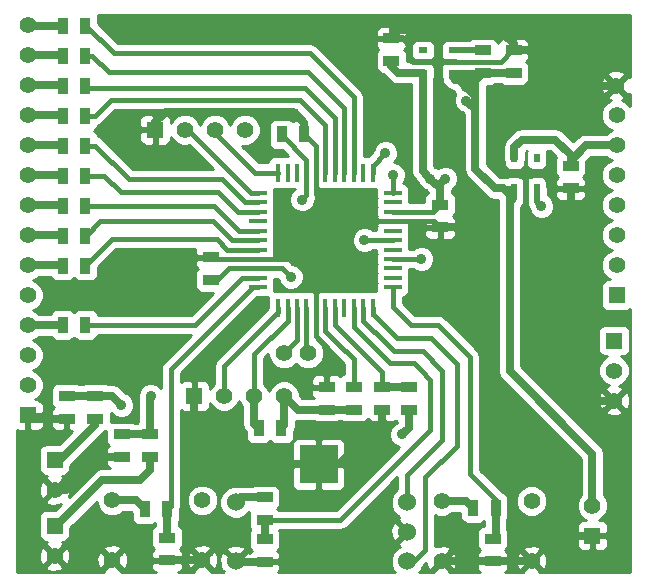
<source format=gtl>
G04 (created by PCBNEW (2013-07-07 BZR 4022)-stable) date 2015-10-06 15:27:07*
%MOIN*%
G04 Gerber Fmt 3.4, Leading zero omitted, Abs format*
%FSLAX34Y34*%
G01*
G70*
G90*
G04 APERTURE LIST*
%ADD10C,0.00393701*%
%ADD11C,0.06*%
%ADD12R,0.125984X0.125984*%
%ADD13C,0.055*%
%ADD14R,0.055X0.055*%
%ADD15R,0.016X0.06*%
%ADD16R,0.06X0.016*%
%ADD17R,0.02X0.03*%
%ADD18R,0.03X0.02*%
%ADD19C,0.056*%
%ADD20R,0.035X0.055*%
%ADD21R,0.055X0.035*%
%ADD22C,0.035*%
%ADD23C,0.0275591*%
%ADD24C,0.0177165*%
%ADD25C,0.0216535*%
%ADD26C,0.01*%
G04 APERTURE END LIST*
G54D10*
G54D11*
X13302Y-16540D03*
X13302Y-17525D03*
X13302Y-18509D03*
X7594Y-18509D03*
X7594Y-16540D03*
G54D12*
X10350Y-15280D03*
G54D13*
X20287Y-3637D03*
X20287Y-4637D03*
X20287Y-5637D03*
X20287Y-6637D03*
X20287Y-7637D03*
X20287Y-8637D03*
G54D14*
X20287Y-9637D03*
X662Y-13637D03*
G54D13*
X662Y-12637D03*
X662Y-11637D03*
X662Y-10637D03*
X662Y-9637D03*
X662Y-8637D03*
X662Y-7637D03*
X662Y-6637D03*
X662Y-5637D03*
X662Y-4637D03*
X662Y-3637D03*
X662Y-2637D03*
X662Y-1637D03*
X662Y-637D03*
X20275Y-2650D03*
G54D15*
X10575Y-10050D03*
X10890Y-10050D03*
X11205Y-10050D03*
X11520Y-10050D03*
X11835Y-10050D03*
X12150Y-10050D03*
X10260Y-10050D03*
X9945Y-10050D03*
X9630Y-10050D03*
X9315Y-10050D03*
X9000Y-10050D03*
X10575Y-5550D03*
X10890Y-5550D03*
X11205Y-5550D03*
X11520Y-5550D03*
X11835Y-5550D03*
X12150Y-5550D03*
X10260Y-5550D03*
X9945Y-5550D03*
X9630Y-5550D03*
X9315Y-5550D03*
X9000Y-5550D03*
G54D16*
X12825Y-7800D03*
X8325Y-7800D03*
X12825Y-7485D03*
X8325Y-7485D03*
X8325Y-7170D03*
X12825Y-7170D03*
X12825Y-6855D03*
X8325Y-6855D03*
X8325Y-6540D03*
X12825Y-6540D03*
X12825Y-6225D03*
X8325Y-6225D03*
X8325Y-8115D03*
X12825Y-8115D03*
X12825Y-8430D03*
X8325Y-8430D03*
X8325Y-8745D03*
X12825Y-8745D03*
X12825Y-9060D03*
X8325Y-9060D03*
X8325Y-9375D03*
X12825Y-9375D03*
G54D17*
X16875Y-6075D03*
X17625Y-6075D03*
X16875Y-5075D03*
X17250Y-6075D03*
X17625Y-5075D03*
G54D18*
X14825Y-2225D03*
X14825Y-1475D03*
X13825Y-2225D03*
X14825Y-1850D03*
X13825Y-1475D03*
G54D19*
X9200Y-11575D03*
X10000Y-11575D03*
G54D14*
X19475Y-17650D03*
G54D13*
X19475Y-16650D03*
X17450Y-18500D03*
X17450Y-16500D03*
X14450Y-18500D03*
X14450Y-16500D03*
X6475Y-18475D03*
X6475Y-16475D03*
X3475Y-18475D03*
X3475Y-16475D03*
G54D14*
X6200Y-13000D03*
G54D13*
X7200Y-13000D03*
X8200Y-13000D03*
X9200Y-13000D03*
G54D14*
X4900Y-4125D03*
G54D13*
X5900Y-4125D03*
X6900Y-4125D03*
X7900Y-4125D03*
G54D14*
X20200Y-11150D03*
G54D13*
X20200Y-12150D03*
X20200Y-13150D03*
G54D14*
X1550Y-15125D03*
G54D13*
X1550Y-16125D03*
G54D14*
X1550Y-17325D03*
G54D13*
X1550Y-18325D03*
G54D20*
X2575Y-650D03*
X1825Y-650D03*
X2575Y-1650D03*
X1825Y-1650D03*
X2575Y-2650D03*
X1825Y-2650D03*
X2575Y-3650D03*
X1825Y-3650D03*
X2575Y-4650D03*
X1825Y-4650D03*
X2575Y-5650D03*
X1825Y-5650D03*
X2575Y-6650D03*
X1825Y-6650D03*
X2575Y-7650D03*
X1825Y-7650D03*
X2575Y-8650D03*
X1825Y-8650D03*
X2575Y-10625D03*
X1825Y-10625D03*
G54D21*
X1950Y-13000D03*
X1950Y-13750D03*
X2900Y-13000D03*
X2900Y-13750D03*
X3800Y-14275D03*
X3800Y-15025D03*
X4725Y-14275D03*
X4725Y-15025D03*
G54D20*
X4550Y-16775D03*
X5300Y-16775D03*
G54D21*
X5300Y-18475D03*
X5300Y-17725D03*
X8550Y-16375D03*
X8550Y-17125D03*
X8550Y-18525D03*
X8550Y-17775D03*
G54D20*
X15500Y-16725D03*
X16250Y-16725D03*
G54D21*
X16150Y-18500D03*
X16150Y-17750D03*
G54D20*
X8350Y-14075D03*
X9100Y-14075D03*
G54D21*
X10625Y-13450D03*
X10625Y-12700D03*
X11525Y-12700D03*
X11525Y-13450D03*
X12475Y-12700D03*
X12475Y-13450D03*
X13350Y-13450D03*
X13350Y-12700D03*
X6750Y-9125D03*
X6750Y-8375D03*
X14400Y-6625D03*
X14400Y-7375D03*
X18750Y-5325D03*
X18750Y-6075D03*
G54D20*
X9125Y-4275D03*
X9875Y-4275D03*
G54D21*
X12775Y-1825D03*
X12775Y-1075D03*
X15825Y-2225D03*
X15825Y-1475D03*
X16850Y-2225D03*
X16850Y-1475D03*
G54D22*
X12825Y-5625D03*
X17775Y-6675D03*
X13775Y-8425D03*
X11875Y-7800D03*
X3775Y-13300D03*
X4750Y-13000D03*
X12575Y-4900D03*
X14075Y-5750D03*
X14575Y-5750D03*
X9425Y-9025D03*
X9800Y-6450D03*
X15275Y-2700D03*
X15275Y-3150D03*
X13125Y-14275D03*
G54D23*
X12475Y-12700D02*
X13350Y-12700D01*
G54D24*
X10890Y-10050D02*
X10890Y-10615D01*
X12475Y-12200D02*
X12475Y-12700D01*
X10890Y-10615D02*
X12475Y-12200D01*
X8325Y-9060D02*
X7790Y-9060D01*
X6225Y-10625D02*
X2575Y-10625D01*
X7790Y-9060D02*
X6225Y-10625D01*
X13302Y-16540D02*
X13302Y-15647D01*
X13302Y-15647D02*
X14475Y-14475D01*
X12550Y-11200D02*
X12850Y-11500D01*
X12850Y-11500D02*
X13825Y-11500D01*
X13825Y-11500D02*
X14475Y-12150D01*
X14475Y-12150D02*
X14475Y-14475D01*
X11835Y-10050D02*
X11835Y-10485D01*
X11835Y-10485D02*
X12550Y-11200D01*
X12150Y-10050D02*
X12150Y-10250D01*
X12975Y-11075D02*
X14100Y-11075D01*
X12150Y-10250D02*
X12975Y-11075D01*
X13302Y-18509D02*
X13515Y-18509D01*
X14950Y-11925D02*
X14100Y-11075D01*
X14950Y-14650D02*
X14950Y-11925D01*
X13900Y-15700D02*
X14950Y-14650D01*
X13900Y-18125D02*
X13900Y-15700D01*
X13515Y-18509D02*
X13900Y-18125D01*
X12825Y-6225D02*
X12825Y-5625D01*
G54D25*
X17625Y-6075D02*
X17625Y-6525D01*
X17625Y-6525D02*
X17775Y-6675D01*
G54D24*
X17775Y-6675D02*
X17625Y-6525D01*
X13770Y-8430D02*
X12825Y-8430D01*
X13775Y-8425D02*
X13770Y-8430D01*
X7200Y-13000D02*
X7200Y-12000D01*
X9000Y-10200D02*
X9000Y-10050D01*
X7200Y-12000D02*
X9000Y-10200D01*
X6900Y-4125D02*
X6900Y-4225D01*
X8225Y-5550D02*
X9000Y-5550D01*
X6900Y-4225D02*
X8225Y-5550D01*
X11520Y-5550D02*
X11520Y-3045D01*
X2600Y-650D02*
X2575Y-650D01*
X3525Y-1575D02*
X2600Y-650D01*
X10050Y-1575D02*
X3525Y-1575D01*
X11520Y-3045D02*
X10050Y-1575D01*
X10890Y-3750D02*
X10890Y-3715D01*
X10890Y-5550D02*
X10890Y-3750D01*
X10890Y-3715D02*
X9900Y-2725D01*
X9900Y-2725D02*
X2650Y-2725D01*
X2650Y-2725D02*
X2575Y-2650D01*
X11205Y-5550D02*
X11205Y-3405D01*
X11205Y-3405D02*
X10000Y-2200D01*
X2800Y-1650D02*
X2575Y-1650D01*
X3350Y-2200D02*
X2800Y-1650D01*
X10000Y-2200D02*
X3350Y-2200D01*
X2575Y-3650D02*
X2900Y-3650D01*
X3425Y-3125D02*
X4625Y-3125D01*
X2900Y-3650D02*
X3425Y-3125D01*
X10575Y-5550D02*
X10575Y-3975D01*
X4625Y-3125D02*
X9725Y-3125D01*
X9725Y-3125D02*
X10575Y-3975D01*
G54D23*
X8550Y-17775D02*
X8550Y-17125D01*
G54D24*
X11520Y-10050D02*
X11520Y-10695D01*
X13525Y-11900D02*
X13750Y-12125D01*
X12725Y-11900D02*
X13525Y-11900D01*
X11520Y-10695D02*
X12725Y-11900D01*
X11075Y-17125D02*
X8550Y-17125D01*
X13750Y-12125D02*
X14075Y-12450D01*
X14075Y-12450D02*
X14075Y-14125D01*
X14075Y-14125D02*
X11075Y-17125D01*
X8325Y-9375D02*
X8150Y-9375D01*
X5425Y-16650D02*
X5300Y-16775D01*
X5425Y-12100D02*
X5425Y-16650D01*
X8150Y-9375D02*
X5425Y-12100D01*
G54D23*
X5300Y-17725D02*
X5300Y-16775D01*
G54D24*
X12825Y-9375D02*
X12825Y-10025D01*
X13425Y-10625D02*
X14325Y-10625D01*
X12825Y-10025D02*
X13425Y-10625D01*
X15400Y-14575D02*
X15400Y-15600D01*
X15400Y-11700D02*
X14325Y-10625D01*
X15400Y-14575D02*
X15400Y-12700D01*
X15400Y-12700D02*
X15400Y-11700D01*
X15400Y-15600D02*
X16250Y-16450D01*
X16250Y-16450D02*
X16250Y-16725D01*
G54D23*
X16250Y-16725D02*
X16250Y-17650D01*
X16250Y-17650D02*
X16150Y-17750D01*
G54D24*
X2575Y-4650D02*
X2900Y-4650D01*
X4025Y-5775D02*
X7125Y-5775D01*
X2900Y-4650D02*
X4025Y-5775D01*
X8325Y-6540D02*
X7890Y-6540D01*
X7890Y-6540D02*
X7125Y-5775D01*
X2575Y-7650D02*
X2600Y-7650D01*
X6825Y-7175D02*
X7050Y-7400D01*
X3075Y-7175D02*
X6825Y-7175D01*
X2600Y-7650D02*
X3075Y-7175D01*
X8325Y-7800D02*
X7450Y-7800D01*
X7450Y-7800D02*
X7050Y-7400D01*
X6950Y-7775D02*
X3450Y-7775D01*
X3450Y-7775D02*
X2575Y-8650D01*
X8325Y-8115D02*
X7290Y-8115D01*
X7290Y-8115D02*
X6950Y-7775D01*
X7000Y-6200D02*
X3750Y-6200D01*
X3750Y-6200D02*
X3200Y-5650D01*
X8325Y-6855D02*
X7655Y-6855D01*
X7655Y-6855D02*
X7000Y-6200D01*
X3200Y-5650D02*
X2575Y-5650D01*
X8325Y-7485D02*
X7710Y-7485D01*
X6875Y-6650D02*
X6641Y-6650D01*
X7710Y-7485D02*
X6875Y-6650D01*
X6641Y-6650D02*
X2575Y-6650D01*
X2625Y-6650D02*
X2575Y-6650D01*
X5900Y-4125D02*
X6000Y-4125D01*
X8100Y-6225D02*
X8325Y-6225D01*
X6000Y-4125D02*
X8100Y-6225D01*
G54D23*
X18750Y-5325D02*
X18750Y-5150D01*
X19262Y-4637D02*
X20287Y-4637D01*
X18750Y-5150D02*
X19262Y-4637D01*
X16875Y-5075D02*
X16875Y-4700D01*
X18750Y-4975D02*
X18750Y-5325D01*
X18225Y-4450D02*
X18750Y-4975D01*
X17125Y-4450D02*
X18225Y-4450D01*
X16875Y-4700D02*
X17125Y-4450D01*
X2900Y-13000D02*
X3475Y-13000D01*
X3475Y-13000D02*
X3775Y-13300D01*
X1950Y-13000D02*
X2900Y-13000D01*
G54D24*
X11875Y-7800D02*
X12825Y-7800D01*
G54D23*
X3775Y-13300D02*
X3750Y-13275D01*
G54D24*
X12150Y-5550D02*
X12150Y-5325D01*
X12150Y-5325D02*
X12575Y-4900D01*
G54D23*
X4725Y-13025D02*
X4725Y-13150D01*
X4750Y-13000D02*
X4725Y-13025D01*
X4725Y-14275D02*
X4725Y-13150D01*
X3800Y-14275D02*
X4725Y-14275D01*
X8200Y-13000D02*
X8200Y-13925D01*
X8200Y-13925D02*
X8350Y-14075D01*
G54D24*
X8200Y-13000D02*
X8200Y-11600D01*
X9315Y-10485D02*
X9315Y-10050D01*
X8200Y-11600D02*
X9315Y-10485D01*
X8200Y-13925D02*
X8350Y-14075D01*
X14825Y-1850D02*
X16425Y-1850D01*
X16800Y-1475D02*
X16850Y-1475D01*
X16425Y-1850D02*
X16800Y-1475D01*
G54D23*
X8550Y-18525D02*
X7609Y-18525D01*
X7609Y-18525D02*
X7594Y-18509D01*
X10350Y-15280D02*
X11044Y-15280D01*
X12475Y-13850D02*
X12475Y-13450D01*
X11044Y-15280D02*
X12475Y-13850D01*
X6200Y-13000D02*
X6200Y-13775D01*
X7705Y-15280D02*
X10350Y-15280D01*
X6200Y-13775D02*
X7705Y-15280D01*
X5300Y-18475D02*
X6475Y-18475D01*
X1550Y-16125D02*
X1925Y-16125D01*
X3025Y-15025D02*
X3800Y-15025D01*
X1925Y-16125D02*
X3025Y-15025D01*
X1950Y-13750D02*
X775Y-13750D01*
X775Y-13750D02*
X662Y-13637D01*
X4900Y-4125D02*
X4900Y-3875D01*
X4900Y-3875D02*
X5250Y-3525D01*
X9500Y-3525D02*
X9875Y-3900D01*
X5250Y-3525D02*
X9500Y-3525D01*
X9875Y-3900D02*
X9875Y-4275D01*
X12775Y-1075D02*
X12775Y-1050D01*
X12775Y-1050D02*
X13025Y-800D01*
X13025Y-800D02*
X16375Y-800D01*
X16375Y-800D02*
X16850Y-1275D01*
X16850Y-1275D02*
X16850Y-1475D01*
X17700Y-2650D02*
X17700Y-1800D01*
X17375Y-1475D02*
X16850Y-1475D01*
X17700Y-1800D02*
X17375Y-1475D01*
X16225Y-4450D02*
X16225Y-5175D01*
X16225Y-5175D02*
X16625Y-5575D01*
X16225Y-4450D02*
X16225Y-4125D01*
X17700Y-2650D02*
X20275Y-2650D01*
X16225Y-4125D02*
X17700Y-2650D01*
X19475Y-17650D02*
X18950Y-17650D01*
X18950Y-17650D02*
X18350Y-17050D01*
X15475Y-7375D02*
X14400Y-7375D01*
X15975Y-7875D02*
X15475Y-7375D01*
X15975Y-12625D02*
X15975Y-7875D01*
X18350Y-15000D02*
X15975Y-12625D01*
X18350Y-17050D02*
X18350Y-15000D01*
X18050Y-7250D02*
X18200Y-7250D01*
X19500Y-13150D02*
X20200Y-13150D01*
X18925Y-12575D02*
X19500Y-13150D01*
X18925Y-7975D02*
X18925Y-12575D01*
X18200Y-7250D02*
X18925Y-7975D01*
X17250Y-6775D02*
X17250Y-6975D01*
G54D25*
X17250Y-6075D02*
X17250Y-6775D01*
G54D23*
X18750Y-6550D02*
X18750Y-6075D01*
X18050Y-7250D02*
X18750Y-6550D01*
X17525Y-7250D02*
X18050Y-7250D01*
X17250Y-6975D02*
X17525Y-7250D01*
G54D24*
X9875Y-4275D02*
X9875Y-3900D01*
X10260Y-5550D02*
X10260Y-4660D01*
X10260Y-4660D02*
X9875Y-4275D01*
X8325Y-8430D02*
X9670Y-8430D01*
X9670Y-8430D02*
X10260Y-7840D01*
X11170Y-7170D02*
X10930Y-7170D01*
X10930Y-7170D02*
X10260Y-7840D01*
X10260Y-7840D02*
X10260Y-10050D01*
X10260Y-5550D02*
X10260Y-6260D01*
X11170Y-7170D02*
X11855Y-7170D01*
X10260Y-6260D02*
X11170Y-7170D01*
G54D25*
X16225Y-5175D02*
X16625Y-5575D01*
X16625Y-5575D02*
X17075Y-5575D01*
X17075Y-5575D02*
X17250Y-5750D01*
X17250Y-6075D02*
X17250Y-5750D01*
G54D24*
X12825Y-7170D02*
X14195Y-7170D01*
X14195Y-7170D02*
X14400Y-7375D01*
X10625Y-12700D02*
X10625Y-11375D01*
X10260Y-10050D02*
X10260Y-10710D01*
X10260Y-10835D02*
X10260Y-10710D01*
X10625Y-11375D02*
X10260Y-11010D01*
X10260Y-11010D02*
X10260Y-10835D01*
X8325Y-8430D02*
X6805Y-8430D01*
X6805Y-8430D02*
X6750Y-8375D01*
G54D23*
X16150Y-18500D02*
X17450Y-18500D01*
X14450Y-18500D02*
X17450Y-18500D01*
G54D25*
X14825Y-1850D02*
X13500Y-1850D01*
X13150Y-1075D02*
X12775Y-1075D01*
X13375Y-1300D02*
X13150Y-1075D01*
X13375Y-1725D02*
X13375Y-1300D01*
X13500Y-1850D02*
X13375Y-1725D01*
G54D24*
X12825Y-7170D02*
X11855Y-7170D01*
G54D23*
X662Y-8637D02*
X1812Y-8637D01*
X1812Y-8637D02*
X1825Y-8650D01*
G54D24*
X1812Y-8637D02*
X1825Y-8650D01*
G54D23*
X662Y-10637D02*
X1812Y-10637D01*
X1812Y-10637D02*
X1825Y-10625D01*
G54D24*
X1812Y-10637D02*
X1825Y-10625D01*
G54D23*
X662Y-5637D02*
X1812Y-5637D01*
X1812Y-5637D02*
X1825Y-5650D01*
X662Y-3637D02*
X1812Y-3637D01*
X1812Y-3637D02*
X1825Y-3650D01*
X8550Y-16375D02*
X7759Y-16375D01*
X7759Y-16375D02*
X7594Y-16540D01*
X1550Y-15125D02*
X1725Y-15125D01*
X2900Y-13950D02*
X2900Y-13750D01*
X1725Y-15125D02*
X2900Y-13950D01*
X662Y-6637D02*
X1812Y-6637D01*
X1812Y-6637D02*
X1825Y-6650D01*
G54D24*
X1812Y-6637D02*
X1825Y-6650D01*
G54D23*
X662Y-7637D02*
X1812Y-7637D01*
X1812Y-7637D02*
X1825Y-7650D01*
G54D25*
X14825Y-1475D02*
X15825Y-1475D01*
G54D24*
X11525Y-12700D02*
X11525Y-11775D01*
X11525Y-11775D02*
X10975Y-11225D01*
X10575Y-10050D02*
X10575Y-10825D01*
X10575Y-10825D02*
X10975Y-11225D01*
G54D23*
X1550Y-17325D02*
X1600Y-17325D01*
X4725Y-15475D02*
X4725Y-15025D01*
X4400Y-15800D02*
X4725Y-15475D01*
X3125Y-15800D02*
X4400Y-15800D01*
X1600Y-17325D02*
X3125Y-15800D01*
X662Y-2637D02*
X1812Y-2637D01*
X1812Y-2637D02*
X1825Y-2650D01*
G54D24*
X1812Y-2637D02*
X1825Y-2650D01*
X9945Y-10050D02*
X9945Y-11520D01*
X9945Y-11520D02*
X10000Y-11575D01*
X9630Y-10050D02*
X9630Y-11145D01*
X9630Y-11145D02*
X9200Y-11575D01*
G54D23*
X662Y-1637D02*
X1812Y-1637D01*
X1812Y-1637D02*
X1825Y-1650D01*
X3475Y-16475D02*
X4250Y-16475D01*
X4250Y-16475D02*
X4550Y-16775D01*
X14450Y-16500D02*
X15275Y-16500D01*
X15275Y-16500D02*
X15500Y-16725D01*
X1825Y-650D02*
X675Y-650D01*
X675Y-650D02*
X662Y-637D01*
G54D24*
X675Y-650D02*
X662Y-637D01*
G54D23*
X662Y-4637D02*
X1812Y-4637D01*
X1812Y-4637D02*
X1825Y-4650D01*
G54D24*
X1812Y-4637D02*
X1825Y-4650D01*
G54D23*
X13825Y-2225D02*
X13000Y-2225D01*
X12775Y-2000D02*
X12775Y-1825D01*
X13000Y-2225D02*
X12775Y-2000D01*
X13825Y-2225D02*
X13825Y-2700D01*
X13825Y-2700D02*
X13825Y-5500D01*
X10625Y-13450D02*
X9650Y-13450D01*
X9650Y-13450D02*
X9200Y-13000D01*
X9200Y-13000D02*
X9200Y-13975D01*
X9200Y-13975D02*
X9100Y-14075D01*
G54D24*
X9945Y-5550D02*
X9945Y-6305D01*
X9945Y-6305D02*
X9800Y-6450D01*
G54D23*
X14400Y-6625D02*
X14400Y-6075D01*
X14400Y-6075D02*
X14075Y-5750D01*
X14400Y-6625D02*
X14400Y-5925D01*
X14400Y-5925D02*
X14575Y-5750D01*
X13825Y-5500D02*
X14075Y-5750D01*
G54D24*
X9945Y-5550D02*
X9945Y-5120D01*
X9125Y-4300D02*
X9125Y-4275D01*
X9945Y-5120D02*
X9125Y-4300D01*
X13825Y-5500D02*
X14075Y-5750D01*
X14400Y-6075D02*
X14075Y-5750D01*
X14400Y-5925D02*
X14575Y-5750D01*
X9145Y-8745D02*
X8325Y-8745D01*
X9425Y-9025D02*
X9145Y-8745D01*
X12825Y-6855D02*
X14170Y-6855D01*
X14170Y-6855D02*
X14400Y-6625D01*
X9650Y-13450D02*
X9200Y-13000D01*
X9200Y-13975D02*
X9100Y-14075D01*
X8325Y-8745D02*
X7355Y-8745D01*
X7355Y-8745D02*
X6975Y-9125D01*
X6975Y-9125D02*
X6750Y-9125D01*
G54D23*
X10625Y-13450D02*
X11525Y-13450D01*
X13350Y-13450D02*
X13350Y-14050D01*
X13350Y-14050D02*
X13125Y-14275D01*
X15825Y-2225D02*
X15750Y-2225D01*
X15750Y-2225D02*
X15275Y-2700D01*
X15575Y-3050D02*
X15575Y-3000D01*
X15575Y-3000D02*
X15275Y-2700D01*
X15575Y-3400D02*
X15525Y-3400D01*
X15525Y-3400D02*
X15275Y-3150D01*
X15025Y-2450D02*
X14900Y-2450D01*
X15275Y-2700D02*
X15025Y-2450D01*
X15600Y-2450D02*
X14900Y-2450D01*
X14900Y-2450D02*
X14825Y-2375D01*
X16725Y-6575D02*
X16725Y-6300D01*
X16500Y-6075D02*
X16225Y-6075D01*
X16725Y-6300D02*
X16500Y-6075D01*
X16225Y-6075D02*
X15575Y-5425D01*
X15575Y-2475D02*
X15600Y-2450D01*
X15600Y-2450D02*
X15825Y-2225D01*
X15575Y-5425D02*
X15575Y-4550D01*
X15575Y-4550D02*
X15575Y-3400D01*
X15575Y-3400D02*
X15575Y-3050D01*
X15575Y-3050D02*
X15575Y-2475D01*
G54D25*
X16875Y-6075D02*
X16875Y-6425D01*
G54D23*
X19475Y-14925D02*
X16725Y-12175D01*
X16725Y-12175D02*
X16725Y-6575D01*
X19475Y-14925D02*
X19475Y-16650D01*
G54D25*
X16875Y-6425D02*
X16725Y-6575D01*
G54D24*
X13125Y-14275D02*
X13350Y-14050D01*
X16225Y-6075D02*
X16875Y-6075D01*
G54D25*
X14825Y-2225D02*
X15825Y-2225D01*
G54D23*
X16850Y-2225D02*
X15825Y-2225D01*
G54D10*
G36*
X6821Y-9550D02*
X6084Y-10286D01*
X2994Y-10286D01*
X2962Y-10208D01*
X2891Y-10138D01*
X2799Y-10100D01*
X2700Y-10099D01*
X2350Y-10099D01*
X2258Y-10137D01*
X2199Y-10196D01*
X2141Y-10138D01*
X2049Y-10100D01*
X1950Y-10099D01*
X1600Y-10099D01*
X1508Y-10137D01*
X1438Y-10208D01*
X1420Y-10249D01*
X1017Y-10249D01*
X960Y-10192D01*
X827Y-10137D01*
X959Y-10082D01*
X1107Y-9935D01*
X1187Y-9742D01*
X1187Y-9533D01*
X1107Y-9340D01*
X960Y-9192D01*
X827Y-9137D01*
X959Y-9082D01*
X1017Y-9025D01*
X1420Y-9025D01*
X1437Y-9066D01*
X1508Y-9136D01*
X1600Y-9174D01*
X1699Y-9175D01*
X2049Y-9175D01*
X2141Y-9137D01*
X2200Y-9078D01*
X2258Y-9136D01*
X2350Y-9174D01*
X2449Y-9175D01*
X2799Y-9175D01*
X2891Y-9137D01*
X2961Y-9066D01*
X2999Y-8974D01*
X3000Y-8875D01*
X3000Y-8703D01*
X3590Y-8113D01*
X6240Y-8113D01*
X6224Y-8150D01*
X6225Y-8262D01*
X6287Y-8325D01*
X6700Y-8325D01*
X6700Y-8317D01*
X6800Y-8317D01*
X6800Y-8325D01*
X6807Y-8325D01*
X6807Y-8425D01*
X6800Y-8425D01*
X6800Y-8432D01*
X6700Y-8432D01*
X6700Y-8425D01*
X6287Y-8425D01*
X6225Y-8487D01*
X6224Y-8599D01*
X6262Y-8691D01*
X6321Y-8750D01*
X6263Y-8808D01*
X6225Y-8900D01*
X6224Y-8999D01*
X6224Y-9349D01*
X6262Y-9441D01*
X6333Y-9511D01*
X6425Y-9549D01*
X6524Y-9550D01*
X6821Y-9550D01*
X6821Y-9550D01*
G37*
G54D26*
X6821Y-9550D02*
X6084Y-10286D01*
X2994Y-10286D01*
X2962Y-10208D01*
X2891Y-10138D01*
X2799Y-10100D01*
X2700Y-10099D01*
X2350Y-10099D01*
X2258Y-10137D01*
X2199Y-10196D01*
X2141Y-10138D01*
X2049Y-10100D01*
X1950Y-10099D01*
X1600Y-10099D01*
X1508Y-10137D01*
X1438Y-10208D01*
X1420Y-10249D01*
X1017Y-10249D01*
X960Y-10192D01*
X827Y-10137D01*
X959Y-10082D01*
X1107Y-9935D01*
X1187Y-9742D01*
X1187Y-9533D01*
X1107Y-9340D01*
X960Y-9192D01*
X827Y-9137D01*
X959Y-9082D01*
X1017Y-9025D01*
X1420Y-9025D01*
X1437Y-9066D01*
X1508Y-9136D01*
X1600Y-9174D01*
X1699Y-9175D01*
X2049Y-9175D01*
X2141Y-9137D01*
X2200Y-9078D01*
X2258Y-9136D01*
X2350Y-9174D01*
X2449Y-9175D01*
X2799Y-9175D01*
X2891Y-9137D01*
X2961Y-9066D01*
X2999Y-8974D01*
X3000Y-8875D01*
X3000Y-8703D01*
X3590Y-8113D01*
X6240Y-8113D01*
X6224Y-8150D01*
X6225Y-8262D01*
X6287Y-8325D01*
X6700Y-8325D01*
X6700Y-8317D01*
X6800Y-8317D01*
X6800Y-8325D01*
X6807Y-8325D01*
X6807Y-8425D01*
X6800Y-8425D01*
X6800Y-8432D01*
X6700Y-8432D01*
X6700Y-8425D01*
X6287Y-8425D01*
X6225Y-8487D01*
X6224Y-8599D01*
X6262Y-8691D01*
X6321Y-8750D01*
X6263Y-8808D01*
X6225Y-8900D01*
X6224Y-8999D01*
X6224Y-9349D01*
X6262Y-9441D01*
X6333Y-9511D01*
X6425Y-9549D01*
X6524Y-9550D01*
X6821Y-9550D01*
G54D10*
G36*
X9871Y-3750D02*
X9824Y-3750D01*
X9824Y-3812D01*
X9762Y-3750D01*
X9650Y-3749D01*
X9558Y-3787D01*
X9499Y-3846D01*
X9441Y-3788D01*
X9349Y-3750D01*
X9250Y-3749D01*
X8900Y-3749D01*
X8808Y-3787D01*
X8738Y-3858D01*
X8700Y-3950D01*
X8699Y-4049D01*
X8699Y-4599D01*
X8737Y-4691D01*
X8808Y-4761D01*
X8900Y-4799D01*
X8999Y-4800D01*
X9146Y-4800D01*
X9346Y-4999D01*
X9345Y-4999D01*
X9185Y-4999D01*
X9157Y-5011D01*
X9129Y-5000D01*
X9030Y-4999D01*
X8870Y-4999D01*
X8778Y-5037D01*
X8708Y-5108D01*
X8670Y-5200D01*
X8670Y-5211D01*
X8365Y-5211D01*
X7803Y-4649D01*
X8003Y-4650D01*
X8197Y-4570D01*
X8344Y-4422D01*
X8424Y-4229D01*
X8425Y-4021D01*
X8345Y-3828D01*
X8197Y-3680D01*
X8004Y-3600D01*
X7796Y-3599D01*
X7603Y-3679D01*
X7455Y-3827D01*
X7399Y-3960D01*
X7345Y-3828D01*
X7197Y-3680D01*
X7004Y-3600D01*
X6796Y-3599D01*
X6603Y-3679D01*
X6455Y-3827D01*
X6399Y-3960D01*
X6345Y-3828D01*
X6197Y-3680D01*
X6004Y-3600D01*
X5796Y-3599D01*
X5603Y-3679D01*
X5455Y-3827D01*
X5425Y-3899D01*
X5425Y-3899D01*
X5424Y-3800D01*
X5386Y-3708D01*
X5316Y-3637D01*
X5224Y-3599D01*
X5012Y-3600D01*
X4950Y-3662D01*
X4950Y-4075D01*
X4957Y-4075D01*
X4957Y-4175D01*
X4950Y-4175D01*
X4950Y-4587D01*
X5012Y-4650D01*
X5224Y-4650D01*
X5316Y-4612D01*
X5386Y-4541D01*
X5424Y-4449D01*
X5425Y-4350D01*
X5425Y-4350D01*
X5454Y-4422D01*
X5602Y-4569D01*
X5795Y-4649D01*
X6003Y-4650D01*
X6033Y-4637D01*
X6832Y-5436D01*
X4850Y-5436D01*
X4850Y-4587D01*
X4850Y-4175D01*
X4850Y-4075D01*
X4850Y-3662D01*
X4787Y-3600D01*
X4575Y-3599D01*
X4483Y-3637D01*
X4413Y-3708D01*
X4375Y-3800D01*
X4374Y-3899D01*
X4375Y-4012D01*
X4437Y-4075D01*
X4850Y-4075D01*
X4850Y-4175D01*
X4437Y-4175D01*
X4375Y-4237D01*
X4374Y-4350D01*
X4375Y-4449D01*
X4413Y-4541D01*
X4483Y-4612D01*
X4575Y-4650D01*
X4787Y-4650D01*
X4850Y-4587D01*
X4850Y-5436D01*
X4165Y-5436D01*
X3139Y-4410D01*
X3029Y-4337D01*
X3000Y-4331D01*
X3000Y-4331D01*
X3000Y-4325D01*
X2962Y-4233D01*
X2891Y-4163D01*
X2860Y-4150D01*
X2891Y-4137D01*
X2961Y-4066D01*
X2999Y-3974D01*
X2999Y-3968D01*
X3029Y-3962D01*
X3029Y-3962D01*
X3139Y-3889D01*
X3565Y-3463D01*
X4625Y-3463D01*
X9584Y-3463D01*
X9871Y-3750D01*
X9871Y-3750D01*
G37*
G54D26*
X9871Y-3750D02*
X9824Y-3750D01*
X9824Y-3812D01*
X9762Y-3750D01*
X9650Y-3749D01*
X9558Y-3787D01*
X9499Y-3846D01*
X9441Y-3788D01*
X9349Y-3750D01*
X9250Y-3749D01*
X8900Y-3749D01*
X8808Y-3787D01*
X8738Y-3858D01*
X8700Y-3950D01*
X8699Y-4049D01*
X8699Y-4599D01*
X8737Y-4691D01*
X8808Y-4761D01*
X8900Y-4799D01*
X8999Y-4800D01*
X9146Y-4800D01*
X9346Y-4999D01*
X9345Y-4999D01*
X9185Y-4999D01*
X9157Y-5011D01*
X9129Y-5000D01*
X9030Y-4999D01*
X8870Y-4999D01*
X8778Y-5037D01*
X8708Y-5108D01*
X8670Y-5200D01*
X8670Y-5211D01*
X8365Y-5211D01*
X7803Y-4649D01*
X8003Y-4650D01*
X8197Y-4570D01*
X8344Y-4422D01*
X8424Y-4229D01*
X8425Y-4021D01*
X8345Y-3828D01*
X8197Y-3680D01*
X8004Y-3600D01*
X7796Y-3599D01*
X7603Y-3679D01*
X7455Y-3827D01*
X7399Y-3960D01*
X7345Y-3828D01*
X7197Y-3680D01*
X7004Y-3600D01*
X6796Y-3599D01*
X6603Y-3679D01*
X6455Y-3827D01*
X6399Y-3960D01*
X6345Y-3828D01*
X6197Y-3680D01*
X6004Y-3600D01*
X5796Y-3599D01*
X5603Y-3679D01*
X5455Y-3827D01*
X5425Y-3899D01*
X5425Y-3899D01*
X5424Y-3800D01*
X5386Y-3708D01*
X5316Y-3637D01*
X5224Y-3599D01*
X5012Y-3600D01*
X4950Y-3662D01*
X4950Y-4075D01*
X4957Y-4075D01*
X4957Y-4175D01*
X4950Y-4175D01*
X4950Y-4587D01*
X5012Y-4650D01*
X5224Y-4650D01*
X5316Y-4612D01*
X5386Y-4541D01*
X5424Y-4449D01*
X5425Y-4350D01*
X5425Y-4350D01*
X5454Y-4422D01*
X5602Y-4569D01*
X5795Y-4649D01*
X6003Y-4650D01*
X6033Y-4637D01*
X6832Y-5436D01*
X4850Y-5436D01*
X4850Y-4587D01*
X4850Y-4175D01*
X4850Y-4075D01*
X4850Y-3662D01*
X4787Y-3600D01*
X4575Y-3599D01*
X4483Y-3637D01*
X4413Y-3708D01*
X4375Y-3800D01*
X4374Y-3899D01*
X4375Y-4012D01*
X4437Y-4075D01*
X4850Y-4075D01*
X4850Y-4175D01*
X4437Y-4175D01*
X4375Y-4237D01*
X4374Y-4350D01*
X4375Y-4449D01*
X4413Y-4541D01*
X4483Y-4612D01*
X4575Y-4650D01*
X4787Y-4650D01*
X4850Y-4587D01*
X4850Y-5436D01*
X4165Y-5436D01*
X3139Y-4410D01*
X3029Y-4337D01*
X3000Y-4331D01*
X3000Y-4331D01*
X3000Y-4325D01*
X2962Y-4233D01*
X2891Y-4163D01*
X2860Y-4150D01*
X2891Y-4137D01*
X2961Y-4066D01*
X2999Y-3974D01*
X2999Y-3968D01*
X3029Y-3962D01*
X3029Y-3962D01*
X3139Y-3889D01*
X3565Y-3463D01*
X4625Y-3463D01*
X9584Y-3463D01*
X9871Y-3750D01*
G54D10*
G36*
X9932Y-4325D02*
X9925Y-4325D01*
X9925Y-4332D01*
X9825Y-4332D01*
X9825Y-4325D01*
X9817Y-4325D01*
X9817Y-4225D01*
X9825Y-4225D01*
X9825Y-4217D01*
X9925Y-4217D01*
X9925Y-4225D01*
X9932Y-4225D01*
X9932Y-4325D01*
X9932Y-4325D01*
G37*
G54D26*
X9932Y-4325D02*
X9925Y-4325D01*
X9925Y-4332D01*
X9825Y-4332D01*
X9825Y-4325D01*
X9817Y-4325D01*
X9817Y-4225D01*
X9825Y-4225D01*
X9825Y-4217D01*
X9925Y-4217D01*
X9925Y-4225D01*
X9932Y-4225D01*
X9932Y-4325D01*
G54D10*
G36*
X11186Y-12280D02*
X11108Y-12312D01*
X11075Y-12346D01*
X11041Y-12313D01*
X10949Y-12275D01*
X10850Y-12274D01*
X10737Y-12275D01*
X10675Y-12337D01*
X10675Y-12650D01*
X10682Y-12650D01*
X10682Y-12750D01*
X10675Y-12750D01*
X10675Y-12757D01*
X10575Y-12757D01*
X10575Y-12750D01*
X10575Y-12650D01*
X10575Y-12337D01*
X10512Y-12275D01*
X10399Y-12274D01*
X10300Y-12275D01*
X10208Y-12313D01*
X10137Y-12383D01*
X10099Y-12475D01*
X10100Y-12587D01*
X10162Y-12650D01*
X10575Y-12650D01*
X10575Y-12750D01*
X10162Y-12750D01*
X10100Y-12812D01*
X10099Y-12924D01*
X10137Y-13016D01*
X10183Y-13062D01*
X9810Y-13062D01*
X9725Y-12976D01*
X9725Y-12896D01*
X9645Y-12703D01*
X9497Y-12555D01*
X9304Y-12475D01*
X9096Y-12474D01*
X8903Y-12554D01*
X8755Y-12702D01*
X8699Y-12835D01*
X8645Y-12703D01*
X8538Y-12596D01*
X8538Y-11740D01*
X8669Y-11608D01*
X8669Y-11679D01*
X8750Y-11874D01*
X8899Y-12024D01*
X9094Y-12104D01*
X9304Y-12105D01*
X9499Y-12024D01*
X9600Y-11924D01*
X9699Y-12024D01*
X9894Y-12104D01*
X10104Y-12105D01*
X10299Y-12024D01*
X10449Y-11875D01*
X10529Y-11680D01*
X10530Y-11470D01*
X10449Y-11275D01*
X10300Y-11125D01*
X10283Y-11118D01*
X10283Y-10986D01*
X10335Y-11064D01*
X10735Y-11464D01*
X10735Y-11464D01*
X11186Y-11915D01*
X11186Y-12280D01*
X11186Y-12280D01*
G37*
G54D26*
X11186Y-12280D02*
X11108Y-12312D01*
X11075Y-12346D01*
X11041Y-12313D01*
X10949Y-12275D01*
X10850Y-12274D01*
X10737Y-12275D01*
X10675Y-12337D01*
X10675Y-12650D01*
X10682Y-12650D01*
X10682Y-12750D01*
X10675Y-12750D01*
X10675Y-12757D01*
X10575Y-12757D01*
X10575Y-12750D01*
X10575Y-12650D01*
X10575Y-12337D01*
X10512Y-12275D01*
X10399Y-12274D01*
X10300Y-12275D01*
X10208Y-12313D01*
X10137Y-12383D01*
X10099Y-12475D01*
X10100Y-12587D01*
X10162Y-12650D01*
X10575Y-12650D01*
X10575Y-12750D01*
X10162Y-12750D01*
X10100Y-12812D01*
X10099Y-12924D01*
X10137Y-13016D01*
X10183Y-13062D01*
X9810Y-13062D01*
X9725Y-12976D01*
X9725Y-12896D01*
X9645Y-12703D01*
X9497Y-12555D01*
X9304Y-12475D01*
X9096Y-12474D01*
X8903Y-12554D01*
X8755Y-12702D01*
X8699Y-12835D01*
X8645Y-12703D01*
X8538Y-12596D01*
X8538Y-11740D01*
X8669Y-11608D01*
X8669Y-11679D01*
X8750Y-11874D01*
X8899Y-12024D01*
X9094Y-12104D01*
X9304Y-12105D01*
X9499Y-12024D01*
X9600Y-11924D01*
X9699Y-12024D01*
X9894Y-12104D01*
X10104Y-12105D01*
X10299Y-12024D01*
X10449Y-11875D01*
X10529Y-11680D01*
X10530Y-11470D01*
X10449Y-11275D01*
X10300Y-11125D01*
X10283Y-11118D01*
X10283Y-10986D01*
X10335Y-11064D01*
X10735Y-11464D01*
X10735Y-11464D01*
X11186Y-11915D01*
X11186Y-12280D01*
G54D10*
G36*
X12439Y-7170D02*
X12383Y-7192D01*
X12366Y-7210D01*
X12337Y-7210D01*
X12275Y-7272D01*
X12275Y-7299D01*
X12286Y-7327D01*
X12275Y-7355D01*
X12274Y-7454D01*
X12274Y-7461D01*
X12137Y-7461D01*
X12116Y-7439D01*
X11959Y-7375D01*
X11790Y-7374D01*
X11634Y-7439D01*
X11514Y-7558D01*
X11450Y-7715D01*
X11449Y-7884D01*
X11514Y-8040D01*
X11633Y-8160D01*
X11790Y-8224D01*
X11959Y-8225D01*
X12115Y-8160D01*
X12137Y-8138D01*
X12274Y-8138D01*
X12274Y-8244D01*
X12286Y-8272D01*
X12275Y-8300D01*
X12274Y-8399D01*
X12274Y-8559D01*
X12286Y-8587D01*
X12275Y-8615D01*
X12274Y-8714D01*
X12274Y-8874D01*
X12286Y-8902D01*
X12275Y-8930D01*
X12274Y-9029D01*
X12274Y-9189D01*
X12286Y-9217D01*
X12275Y-9245D01*
X12274Y-9344D01*
X12274Y-9500D01*
X12180Y-9499D01*
X12020Y-9499D01*
X11992Y-9511D01*
X11964Y-9500D01*
X11865Y-9499D01*
X11705Y-9499D01*
X11677Y-9511D01*
X11649Y-9500D01*
X11550Y-9499D01*
X11390Y-9499D01*
X11362Y-9511D01*
X11334Y-9500D01*
X11235Y-9499D01*
X11075Y-9499D01*
X11047Y-9511D01*
X11019Y-9500D01*
X10920Y-9499D01*
X10760Y-9499D01*
X10732Y-9511D01*
X10704Y-9500D01*
X10605Y-9499D01*
X10445Y-9499D01*
X10417Y-9511D01*
X10389Y-9499D01*
X10362Y-9500D01*
X10300Y-9562D01*
X10300Y-9591D01*
X10283Y-9608D01*
X10259Y-9664D01*
X10237Y-9608D01*
X10220Y-9591D01*
X10220Y-9562D01*
X10157Y-9500D01*
X10130Y-9499D01*
X10102Y-9511D01*
X10074Y-9500D01*
X9975Y-9499D01*
X9815Y-9499D01*
X9787Y-9511D01*
X9759Y-9500D01*
X9660Y-9499D01*
X9500Y-9499D01*
X9472Y-9511D01*
X9444Y-9500D01*
X9345Y-9499D01*
X9185Y-9499D01*
X9157Y-9511D01*
X9129Y-9500D01*
X9030Y-9499D01*
X8874Y-9499D01*
X8875Y-9405D01*
X8875Y-9245D01*
X8863Y-9217D01*
X8874Y-9189D01*
X8875Y-9090D01*
X8875Y-9083D01*
X8999Y-9083D01*
X8999Y-9109D01*
X9064Y-9265D01*
X9183Y-9385D01*
X9340Y-9449D01*
X9509Y-9450D01*
X9665Y-9385D01*
X9785Y-9266D01*
X9849Y-9109D01*
X9850Y-8940D01*
X9785Y-8784D01*
X9666Y-8664D01*
X9509Y-8600D01*
X9478Y-8600D01*
X9384Y-8505D01*
X9274Y-8432D01*
X9145Y-8406D01*
X8875Y-8406D01*
X8875Y-8379D01*
X8822Y-8379D01*
X8874Y-8327D01*
X8874Y-8300D01*
X8863Y-8272D01*
X8874Y-8244D01*
X8875Y-8145D01*
X8875Y-7985D01*
X8863Y-7957D01*
X8874Y-7929D01*
X8875Y-7830D01*
X8875Y-7670D01*
X8863Y-7642D01*
X8874Y-7614D01*
X8875Y-7515D01*
X8875Y-7355D01*
X8863Y-7327D01*
X8874Y-7299D01*
X8875Y-7200D01*
X8875Y-7040D01*
X8863Y-7012D01*
X8874Y-6984D01*
X8875Y-6885D01*
X8875Y-6725D01*
X8863Y-6697D01*
X8874Y-6669D01*
X8875Y-6570D01*
X8875Y-6410D01*
X8863Y-6382D01*
X8874Y-6354D01*
X8875Y-6255D01*
X8875Y-6099D01*
X8969Y-6100D01*
X9129Y-6100D01*
X9157Y-6088D01*
X9185Y-6099D01*
X9284Y-6100D01*
X9444Y-6100D01*
X9472Y-6088D01*
X9500Y-6099D01*
X9549Y-6099D01*
X9439Y-6208D01*
X9375Y-6365D01*
X9374Y-6534D01*
X9439Y-6690D01*
X9558Y-6810D01*
X9715Y-6874D01*
X9884Y-6875D01*
X10040Y-6810D01*
X10160Y-6691D01*
X10224Y-6534D01*
X10224Y-6483D01*
X10257Y-6434D01*
X10283Y-6305D01*
X10283Y-6305D01*
X10283Y-6305D01*
X10283Y-6100D01*
X10310Y-6100D01*
X10310Y-6047D01*
X10362Y-6100D01*
X10389Y-6100D01*
X10417Y-6088D01*
X10445Y-6099D01*
X10544Y-6100D01*
X10704Y-6100D01*
X10732Y-6088D01*
X10760Y-6099D01*
X10859Y-6100D01*
X11019Y-6100D01*
X11047Y-6088D01*
X11075Y-6099D01*
X11174Y-6100D01*
X11334Y-6100D01*
X11362Y-6088D01*
X11390Y-6099D01*
X11489Y-6100D01*
X11649Y-6100D01*
X11677Y-6088D01*
X11705Y-6099D01*
X11804Y-6100D01*
X11964Y-6100D01*
X11992Y-6088D01*
X12020Y-6099D01*
X12119Y-6100D01*
X12275Y-6100D01*
X12274Y-6194D01*
X12274Y-6354D01*
X12286Y-6382D01*
X12275Y-6410D01*
X12274Y-6509D01*
X12274Y-6669D01*
X12286Y-6697D01*
X12275Y-6725D01*
X12274Y-6824D01*
X12274Y-6984D01*
X12286Y-7012D01*
X12275Y-7040D01*
X12275Y-7067D01*
X12337Y-7130D01*
X12366Y-7130D01*
X12383Y-7146D01*
X12439Y-7170D01*
X12439Y-7170D01*
G37*
G54D26*
X12439Y-7170D02*
X12383Y-7192D01*
X12366Y-7210D01*
X12337Y-7210D01*
X12275Y-7272D01*
X12275Y-7299D01*
X12286Y-7327D01*
X12275Y-7355D01*
X12274Y-7454D01*
X12274Y-7461D01*
X12137Y-7461D01*
X12116Y-7439D01*
X11959Y-7375D01*
X11790Y-7374D01*
X11634Y-7439D01*
X11514Y-7558D01*
X11450Y-7715D01*
X11449Y-7884D01*
X11514Y-8040D01*
X11633Y-8160D01*
X11790Y-8224D01*
X11959Y-8225D01*
X12115Y-8160D01*
X12137Y-8138D01*
X12274Y-8138D01*
X12274Y-8244D01*
X12286Y-8272D01*
X12275Y-8300D01*
X12274Y-8399D01*
X12274Y-8559D01*
X12286Y-8587D01*
X12275Y-8615D01*
X12274Y-8714D01*
X12274Y-8874D01*
X12286Y-8902D01*
X12275Y-8930D01*
X12274Y-9029D01*
X12274Y-9189D01*
X12286Y-9217D01*
X12275Y-9245D01*
X12274Y-9344D01*
X12274Y-9500D01*
X12180Y-9499D01*
X12020Y-9499D01*
X11992Y-9511D01*
X11964Y-9500D01*
X11865Y-9499D01*
X11705Y-9499D01*
X11677Y-9511D01*
X11649Y-9500D01*
X11550Y-9499D01*
X11390Y-9499D01*
X11362Y-9511D01*
X11334Y-9500D01*
X11235Y-9499D01*
X11075Y-9499D01*
X11047Y-9511D01*
X11019Y-9500D01*
X10920Y-9499D01*
X10760Y-9499D01*
X10732Y-9511D01*
X10704Y-9500D01*
X10605Y-9499D01*
X10445Y-9499D01*
X10417Y-9511D01*
X10389Y-9499D01*
X10362Y-9500D01*
X10300Y-9562D01*
X10300Y-9591D01*
X10283Y-9608D01*
X10259Y-9664D01*
X10237Y-9608D01*
X10220Y-9591D01*
X10220Y-9562D01*
X10157Y-9500D01*
X10130Y-9499D01*
X10102Y-9511D01*
X10074Y-9500D01*
X9975Y-9499D01*
X9815Y-9499D01*
X9787Y-9511D01*
X9759Y-9500D01*
X9660Y-9499D01*
X9500Y-9499D01*
X9472Y-9511D01*
X9444Y-9500D01*
X9345Y-9499D01*
X9185Y-9499D01*
X9157Y-9511D01*
X9129Y-9500D01*
X9030Y-9499D01*
X8874Y-9499D01*
X8875Y-9405D01*
X8875Y-9245D01*
X8863Y-9217D01*
X8874Y-9189D01*
X8875Y-9090D01*
X8875Y-9083D01*
X8999Y-9083D01*
X8999Y-9109D01*
X9064Y-9265D01*
X9183Y-9385D01*
X9340Y-9449D01*
X9509Y-9450D01*
X9665Y-9385D01*
X9785Y-9266D01*
X9849Y-9109D01*
X9850Y-8940D01*
X9785Y-8784D01*
X9666Y-8664D01*
X9509Y-8600D01*
X9478Y-8600D01*
X9384Y-8505D01*
X9274Y-8432D01*
X9145Y-8406D01*
X8875Y-8406D01*
X8875Y-8379D01*
X8822Y-8379D01*
X8874Y-8327D01*
X8874Y-8300D01*
X8863Y-8272D01*
X8874Y-8244D01*
X8875Y-8145D01*
X8875Y-7985D01*
X8863Y-7957D01*
X8874Y-7929D01*
X8875Y-7830D01*
X8875Y-7670D01*
X8863Y-7642D01*
X8874Y-7614D01*
X8875Y-7515D01*
X8875Y-7355D01*
X8863Y-7327D01*
X8874Y-7299D01*
X8875Y-7200D01*
X8875Y-7040D01*
X8863Y-7012D01*
X8874Y-6984D01*
X8875Y-6885D01*
X8875Y-6725D01*
X8863Y-6697D01*
X8874Y-6669D01*
X8875Y-6570D01*
X8875Y-6410D01*
X8863Y-6382D01*
X8874Y-6354D01*
X8875Y-6255D01*
X8875Y-6099D01*
X8969Y-6100D01*
X9129Y-6100D01*
X9157Y-6088D01*
X9185Y-6099D01*
X9284Y-6100D01*
X9444Y-6100D01*
X9472Y-6088D01*
X9500Y-6099D01*
X9549Y-6099D01*
X9439Y-6208D01*
X9375Y-6365D01*
X9374Y-6534D01*
X9439Y-6690D01*
X9558Y-6810D01*
X9715Y-6874D01*
X9884Y-6875D01*
X10040Y-6810D01*
X10160Y-6691D01*
X10224Y-6534D01*
X10224Y-6483D01*
X10257Y-6434D01*
X10283Y-6305D01*
X10283Y-6305D01*
X10283Y-6305D01*
X10283Y-6100D01*
X10310Y-6100D01*
X10310Y-6047D01*
X10362Y-6100D01*
X10389Y-6100D01*
X10417Y-6088D01*
X10445Y-6099D01*
X10544Y-6100D01*
X10704Y-6100D01*
X10732Y-6088D01*
X10760Y-6099D01*
X10859Y-6100D01*
X11019Y-6100D01*
X11047Y-6088D01*
X11075Y-6099D01*
X11174Y-6100D01*
X11334Y-6100D01*
X11362Y-6088D01*
X11390Y-6099D01*
X11489Y-6100D01*
X11649Y-6100D01*
X11677Y-6088D01*
X11705Y-6099D01*
X11804Y-6100D01*
X11964Y-6100D01*
X11992Y-6088D01*
X12020Y-6099D01*
X12119Y-6100D01*
X12275Y-6100D01*
X12274Y-6194D01*
X12274Y-6354D01*
X12286Y-6382D01*
X12275Y-6410D01*
X12274Y-6509D01*
X12274Y-6669D01*
X12286Y-6697D01*
X12275Y-6725D01*
X12274Y-6824D01*
X12274Y-6984D01*
X12286Y-7012D01*
X12275Y-7040D01*
X12275Y-7067D01*
X12337Y-7130D01*
X12366Y-7130D01*
X12383Y-7146D01*
X12439Y-7170D01*
G54D10*
G36*
X13026Y-14694D02*
X11229Y-16491D01*
X11229Y-15960D01*
X11229Y-14601D01*
X11191Y-14509D01*
X11121Y-14439D01*
X11029Y-14401D01*
X10930Y-14400D01*
X10462Y-14400D01*
X10400Y-14463D01*
X10400Y-15230D01*
X11167Y-15230D01*
X11229Y-15168D01*
X11229Y-14601D01*
X11229Y-15960D01*
X11229Y-15393D01*
X11167Y-15330D01*
X10400Y-15330D01*
X10400Y-16098D01*
X10462Y-16160D01*
X10930Y-16160D01*
X11029Y-16160D01*
X11121Y-16122D01*
X11191Y-16052D01*
X11229Y-15960D01*
X11229Y-16491D01*
X10934Y-16786D01*
X10300Y-16786D01*
X10300Y-16098D01*
X10300Y-15330D01*
X10300Y-15230D01*
X10300Y-14463D01*
X10237Y-14400D01*
X9769Y-14400D01*
X9670Y-14401D01*
X9578Y-14439D01*
X9508Y-14509D01*
X9470Y-14601D01*
X9470Y-15168D01*
X9532Y-15230D01*
X10300Y-15230D01*
X10300Y-15330D01*
X9532Y-15330D01*
X9470Y-15393D01*
X9470Y-15960D01*
X9508Y-16052D01*
X9578Y-16122D01*
X9670Y-16160D01*
X9769Y-16160D01*
X10237Y-16160D01*
X10300Y-16098D01*
X10300Y-16786D01*
X9014Y-16786D01*
X8978Y-16749D01*
X9036Y-16691D01*
X9074Y-16599D01*
X9075Y-16500D01*
X9075Y-16150D01*
X9037Y-16058D01*
X8966Y-15988D01*
X8874Y-15950D01*
X8775Y-15949D01*
X8225Y-15949D01*
X8135Y-15987D01*
X7759Y-15987D01*
X7716Y-15995D01*
X7703Y-15990D01*
X7485Y-15990D01*
X7282Y-16074D01*
X7128Y-16228D01*
X7044Y-16430D01*
X7043Y-16649D01*
X7127Y-16851D01*
X7282Y-17006D01*
X7484Y-17090D01*
X7703Y-17090D01*
X7905Y-17007D01*
X8033Y-16878D01*
X8025Y-16900D01*
X8024Y-16999D01*
X8024Y-17349D01*
X8062Y-17441D01*
X8071Y-17449D01*
X8063Y-17458D01*
X8025Y-17550D01*
X8024Y-17649D01*
X8024Y-17999D01*
X8062Y-18091D01*
X8121Y-18150D01*
X8062Y-18208D01*
X8059Y-18216D01*
X7980Y-18194D01*
X7909Y-18264D01*
X7909Y-18123D01*
X7881Y-18027D01*
X7675Y-17954D01*
X7457Y-17965D01*
X7306Y-18027D01*
X7278Y-18123D01*
X7594Y-18438D01*
X7909Y-18123D01*
X7909Y-18264D01*
X7664Y-18509D01*
X7670Y-18514D01*
X7599Y-18585D01*
X7594Y-18579D01*
X7588Y-18585D01*
X7523Y-18520D01*
X7517Y-18514D01*
X7523Y-18509D01*
X7208Y-18194D01*
X7112Y-18221D01*
X7039Y-18427D01*
X7050Y-18646D01*
X7112Y-18797D01*
X7208Y-18824D01*
X7162Y-18869D01*
X7173Y-18880D01*
X7004Y-18880D01*
X7004Y-18550D01*
X7000Y-18462D01*
X7000Y-16371D01*
X6920Y-16178D01*
X6772Y-16030D01*
X6579Y-15950D01*
X6371Y-15949D01*
X6178Y-16029D01*
X6030Y-16177D01*
X5950Y-16370D01*
X5949Y-16578D01*
X6029Y-16772D01*
X6177Y-16919D01*
X6370Y-16999D01*
X6578Y-17000D01*
X6772Y-16920D01*
X6919Y-16772D01*
X6999Y-16579D01*
X7000Y-16371D01*
X7000Y-18462D01*
X6993Y-18342D01*
X6935Y-18202D01*
X6842Y-18177D01*
X6772Y-18248D01*
X6772Y-18107D01*
X6747Y-18014D01*
X6550Y-17945D01*
X6342Y-17956D01*
X6202Y-18014D01*
X6177Y-18107D01*
X6475Y-18404D01*
X6772Y-18107D01*
X6772Y-18248D01*
X6545Y-18475D01*
X6842Y-18772D01*
X6935Y-18747D01*
X7004Y-18550D01*
X7004Y-18880D01*
X6762Y-18880D01*
X6772Y-18842D01*
X6475Y-18545D01*
X6404Y-18616D01*
X6404Y-18475D01*
X6107Y-18177D01*
X6014Y-18202D01*
X5945Y-18399D01*
X5956Y-18607D01*
X6014Y-18747D01*
X6107Y-18772D01*
X6404Y-18475D01*
X6404Y-18616D01*
X6177Y-18842D01*
X6187Y-18880D01*
X5672Y-18880D01*
X5716Y-18861D01*
X5787Y-18791D01*
X5825Y-18699D01*
X5825Y-18587D01*
X5762Y-18525D01*
X5350Y-18525D01*
X5350Y-18532D01*
X5250Y-18532D01*
X5250Y-18525D01*
X4837Y-18525D01*
X4775Y-18587D01*
X4774Y-18699D01*
X4812Y-18791D01*
X4883Y-18861D01*
X4927Y-18880D01*
X4004Y-18880D01*
X4004Y-18550D01*
X3993Y-18342D01*
X3935Y-18202D01*
X3842Y-18177D01*
X3772Y-18248D01*
X3772Y-18107D01*
X3747Y-18014D01*
X3550Y-17945D01*
X3342Y-17956D01*
X3202Y-18014D01*
X3177Y-18107D01*
X3475Y-18404D01*
X3772Y-18107D01*
X3772Y-18248D01*
X3545Y-18475D01*
X3842Y-18772D01*
X3935Y-18747D01*
X4004Y-18550D01*
X4004Y-18880D01*
X3762Y-18880D01*
X3772Y-18842D01*
X3475Y-18545D01*
X3404Y-18616D01*
X3404Y-18475D01*
X3107Y-18177D01*
X3014Y-18202D01*
X2945Y-18399D01*
X2956Y-18607D01*
X3014Y-18747D01*
X3107Y-18772D01*
X3404Y-18475D01*
X3404Y-18616D01*
X3177Y-18842D01*
X3187Y-18880D01*
X2079Y-18880D01*
X2079Y-18400D01*
X2068Y-18192D01*
X2010Y-18052D01*
X1917Y-18027D01*
X1620Y-18325D01*
X1917Y-18622D01*
X2010Y-18597D01*
X2079Y-18400D01*
X2079Y-18880D01*
X1847Y-18880D01*
X1847Y-18692D01*
X1550Y-18395D01*
X1479Y-18466D01*
X1479Y-18325D01*
X1182Y-18027D01*
X1089Y-18052D01*
X1020Y-18249D01*
X1031Y-18457D01*
X1089Y-18597D01*
X1182Y-18622D01*
X1479Y-18325D01*
X1479Y-18466D01*
X1252Y-18692D01*
X1277Y-18785D01*
X1474Y-18854D01*
X1682Y-18843D01*
X1822Y-18785D01*
X1847Y-18692D01*
X1847Y-18880D01*
X294Y-18880D01*
X294Y-14144D01*
X337Y-14162D01*
X437Y-14162D01*
X550Y-14162D01*
X612Y-14100D01*
X612Y-13687D01*
X604Y-13687D01*
X604Y-13587D01*
X612Y-13587D01*
X612Y-13579D01*
X712Y-13579D01*
X712Y-13587D01*
X1125Y-13587D01*
X1187Y-13525D01*
X1187Y-13312D01*
X1149Y-13221D01*
X1079Y-13150D01*
X987Y-13112D01*
X887Y-13112D01*
X887Y-13112D01*
X959Y-13082D01*
X1107Y-12935D01*
X1187Y-12742D01*
X1187Y-12533D01*
X1107Y-12340D01*
X960Y-12192D01*
X827Y-12137D01*
X959Y-12082D01*
X1107Y-11935D01*
X1187Y-11742D01*
X1187Y-11533D01*
X1107Y-11340D01*
X960Y-11192D01*
X827Y-11137D01*
X959Y-11082D01*
X1017Y-11025D01*
X1431Y-11025D01*
X1437Y-11041D01*
X1508Y-11111D01*
X1600Y-11149D01*
X1699Y-11150D01*
X2049Y-11150D01*
X2141Y-11112D01*
X2200Y-11053D01*
X2258Y-11111D01*
X2350Y-11149D01*
X2449Y-11150D01*
X2799Y-11150D01*
X2891Y-11112D01*
X2961Y-11041D01*
X2994Y-10963D01*
X6082Y-10963D01*
X5185Y-11860D01*
X5112Y-11970D01*
X5086Y-12100D01*
X5086Y-12735D01*
X4991Y-12639D01*
X4834Y-12575D01*
X4665Y-12574D01*
X4509Y-12639D01*
X4389Y-12758D01*
X4325Y-12915D01*
X4324Y-13084D01*
X4337Y-13113D01*
X4337Y-13150D01*
X4337Y-13876D01*
X4310Y-13887D01*
X4214Y-13887D01*
X4124Y-13850D01*
X4025Y-13849D01*
X3475Y-13849D01*
X3425Y-13870D01*
X3425Y-13550D01*
X3533Y-13660D01*
X3690Y-13724D01*
X3859Y-13725D01*
X4015Y-13660D01*
X4135Y-13541D01*
X4199Y-13384D01*
X4200Y-13215D01*
X4135Y-13059D01*
X4016Y-12939D01*
X3925Y-12902D01*
X3749Y-12725D01*
X3623Y-12641D01*
X3475Y-12612D01*
X3314Y-12612D01*
X3224Y-12575D01*
X3125Y-12574D01*
X2575Y-12574D01*
X2485Y-12612D01*
X2364Y-12612D01*
X2274Y-12575D01*
X2175Y-12574D01*
X1625Y-12574D01*
X1533Y-12612D01*
X1463Y-12683D01*
X1425Y-12775D01*
X1424Y-12874D01*
X1424Y-13224D01*
X1462Y-13316D01*
X1521Y-13375D01*
X1462Y-13433D01*
X1424Y-13525D01*
X1425Y-13637D01*
X1487Y-13700D01*
X1900Y-13700D01*
X1900Y-13692D01*
X2000Y-13692D01*
X2000Y-13700D01*
X2007Y-13700D01*
X2007Y-13800D01*
X2000Y-13800D01*
X2000Y-14112D01*
X2062Y-14175D01*
X2126Y-14175D01*
X1900Y-14401D01*
X1900Y-14112D01*
X1900Y-13800D01*
X1487Y-13800D01*
X1425Y-13862D01*
X1424Y-13974D01*
X1462Y-14066D01*
X1533Y-14136D01*
X1625Y-14174D01*
X1724Y-14175D01*
X1837Y-14175D01*
X1900Y-14112D01*
X1900Y-14401D01*
X1701Y-14599D01*
X1225Y-14599D01*
X1187Y-14615D01*
X1187Y-13962D01*
X1187Y-13750D01*
X1125Y-13687D01*
X712Y-13687D01*
X712Y-14100D01*
X775Y-14162D01*
X887Y-14162D01*
X987Y-14162D01*
X1079Y-14124D01*
X1149Y-14053D01*
X1187Y-13962D01*
X1187Y-14615D01*
X1133Y-14637D01*
X1063Y-14708D01*
X1025Y-14800D01*
X1024Y-14899D01*
X1024Y-15449D01*
X1062Y-15541D01*
X1133Y-15611D01*
X1225Y-15649D01*
X1312Y-15650D01*
X1277Y-15664D01*
X1252Y-15757D01*
X1550Y-16054D01*
X1847Y-15757D01*
X1822Y-15664D01*
X1781Y-15650D01*
X1874Y-15650D01*
X1966Y-15612D01*
X2036Y-15541D01*
X2074Y-15449D01*
X2075Y-15350D01*
X2075Y-15323D01*
X3174Y-14224D01*
X3207Y-14175D01*
X3224Y-14175D01*
X3274Y-14154D01*
X3274Y-14499D01*
X3312Y-14591D01*
X3371Y-14650D01*
X3312Y-14708D01*
X3274Y-14800D01*
X3275Y-14912D01*
X3337Y-14975D01*
X3750Y-14975D01*
X3750Y-14967D01*
X3850Y-14967D01*
X3850Y-14975D01*
X3857Y-14975D01*
X3857Y-15075D01*
X3850Y-15075D01*
X3850Y-15082D01*
X3750Y-15082D01*
X3750Y-15075D01*
X3337Y-15075D01*
X3275Y-15137D01*
X3274Y-15249D01*
X3312Y-15341D01*
X3383Y-15411D01*
X3384Y-15412D01*
X3125Y-15412D01*
X2976Y-15441D01*
X2850Y-15525D01*
X2027Y-16348D01*
X2079Y-16200D01*
X2068Y-15992D01*
X2010Y-15852D01*
X1917Y-15827D01*
X1620Y-16125D01*
X1626Y-16130D01*
X1555Y-16201D01*
X1550Y-16195D01*
X1479Y-16266D01*
X1479Y-16125D01*
X1182Y-15827D01*
X1089Y-15852D01*
X1020Y-16049D01*
X1031Y-16257D01*
X1089Y-16397D01*
X1182Y-16422D01*
X1479Y-16125D01*
X1479Y-16266D01*
X1252Y-16492D01*
X1277Y-16585D01*
X1474Y-16654D01*
X1682Y-16643D01*
X1768Y-16608D01*
X1576Y-16799D01*
X1225Y-16799D01*
X1133Y-16837D01*
X1063Y-16908D01*
X1025Y-17000D01*
X1024Y-17099D01*
X1024Y-17649D01*
X1062Y-17741D01*
X1133Y-17811D01*
X1225Y-17849D01*
X1312Y-17850D01*
X1277Y-17864D01*
X1252Y-17957D01*
X1550Y-18254D01*
X1847Y-17957D01*
X1822Y-17864D01*
X1781Y-17850D01*
X1874Y-17850D01*
X1966Y-17812D01*
X2036Y-17741D01*
X2074Y-17649D01*
X2075Y-17550D01*
X2075Y-17398D01*
X2949Y-16523D01*
X2949Y-16578D01*
X3029Y-16772D01*
X3177Y-16919D01*
X3370Y-16999D01*
X3578Y-17000D01*
X3772Y-16920D01*
X3829Y-16862D01*
X4089Y-16862D01*
X4124Y-16898D01*
X4124Y-17099D01*
X4162Y-17191D01*
X4233Y-17261D01*
X4325Y-17299D01*
X4424Y-17300D01*
X4774Y-17300D01*
X4866Y-17262D01*
X4912Y-17216D01*
X4912Y-17326D01*
X4883Y-17337D01*
X4813Y-17408D01*
X4775Y-17500D01*
X4774Y-17599D01*
X4774Y-17949D01*
X4812Y-18041D01*
X4871Y-18100D01*
X4812Y-18158D01*
X4774Y-18250D01*
X4775Y-18362D01*
X4837Y-18425D01*
X5250Y-18425D01*
X5250Y-18417D01*
X5350Y-18417D01*
X5350Y-18425D01*
X5762Y-18425D01*
X5825Y-18362D01*
X5825Y-18250D01*
X5787Y-18158D01*
X5728Y-18099D01*
X5786Y-18041D01*
X5824Y-17949D01*
X5825Y-17850D01*
X5825Y-17500D01*
X5787Y-17408D01*
X5716Y-17338D01*
X5687Y-17326D01*
X5687Y-17189D01*
X5724Y-17099D01*
X5725Y-17000D01*
X5725Y-16798D01*
X5725Y-16798D01*
X5737Y-16779D01*
X5763Y-16650D01*
X5763Y-16650D01*
X5763Y-16650D01*
X5763Y-13467D01*
X5783Y-13487D01*
X5875Y-13525D01*
X6087Y-13525D01*
X6150Y-13462D01*
X6150Y-13050D01*
X6142Y-13050D01*
X6142Y-12950D01*
X6150Y-12950D01*
X6150Y-12537D01*
X6087Y-12475D01*
X5875Y-12474D01*
X5783Y-12512D01*
X5763Y-12532D01*
X5763Y-12240D01*
X8290Y-9713D01*
X8325Y-9713D01*
X8367Y-9705D01*
X8670Y-9705D01*
X8669Y-9799D01*
X8669Y-10007D01*
X8661Y-10050D01*
X8661Y-10059D01*
X6960Y-11760D01*
X6887Y-11870D01*
X6861Y-12000D01*
X6861Y-12596D01*
X6755Y-12702D01*
X6725Y-12774D01*
X6725Y-12774D01*
X6724Y-12675D01*
X6686Y-12583D01*
X6616Y-12512D01*
X6524Y-12474D01*
X6312Y-12475D01*
X6250Y-12537D01*
X6250Y-12950D01*
X6257Y-12950D01*
X6257Y-13050D01*
X6250Y-13050D01*
X6250Y-13462D01*
X6312Y-13525D01*
X6524Y-13525D01*
X6616Y-13487D01*
X6686Y-13416D01*
X6724Y-13324D01*
X6725Y-13225D01*
X6725Y-13225D01*
X6754Y-13297D01*
X6902Y-13444D01*
X7095Y-13524D01*
X7303Y-13525D01*
X7497Y-13445D01*
X7644Y-13297D01*
X7700Y-13164D01*
X7754Y-13297D01*
X7812Y-13354D01*
X7812Y-13925D01*
X7841Y-14073D01*
X7924Y-14197D01*
X7924Y-14399D01*
X7962Y-14491D01*
X8033Y-14561D01*
X8125Y-14599D01*
X8224Y-14600D01*
X8574Y-14600D01*
X8666Y-14562D01*
X8725Y-14503D01*
X8783Y-14561D01*
X8875Y-14599D01*
X8974Y-14600D01*
X9324Y-14600D01*
X9416Y-14562D01*
X9486Y-14491D01*
X9524Y-14399D01*
X9525Y-14300D01*
X9525Y-14173D01*
X9558Y-14123D01*
X9587Y-13975D01*
X9587Y-13825D01*
X9650Y-13837D01*
X10210Y-13837D01*
X10300Y-13874D01*
X10399Y-13875D01*
X10949Y-13875D01*
X11039Y-13837D01*
X11110Y-13837D01*
X11200Y-13874D01*
X11299Y-13875D01*
X11849Y-13875D01*
X11941Y-13837D01*
X12000Y-13778D01*
X12058Y-13836D01*
X12150Y-13874D01*
X12249Y-13875D01*
X12362Y-13875D01*
X12425Y-13812D01*
X12425Y-13500D01*
X12417Y-13500D01*
X12417Y-13400D01*
X12425Y-13400D01*
X12425Y-13392D01*
X12525Y-13392D01*
X12525Y-13400D01*
X12532Y-13400D01*
X12532Y-13500D01*
X12525Y-13500D01*
X12525Y-13812D01*
X12587Y-13875D01*
X12700Y-13875D01*
X12799Y-13874D01*
X12891Y-13836D01*
X12912Y-13816D01*
X12933Y-13836D01*
X12962Y-13848D01*
X12962Y-13882D01*
X12884Y-13914D01*
X12764Y-14033D01*
X12700Y-14190D01*
X12699Y-14359D01*
X12764Y-14515D01*
X12883Y-14635D01*
X13026Y-14694D01*
X13026Y-14694D01*
G37*
G54D26*
X13026Y-14694D02*
X11229Y-16491D01*
X11229Y-15960D01*
X11229Y-14601D01*
X11191Y-14509D01*
X11121Y-14439D01*
X11029Y-14401D01*
X10930Y-14400D01*
X10462Y-14400D01*
X10400Y-14463D01*
X10400Y-15230D01*
X11167Y-15230D01*
X11229Y-15168D01*
X11229Y-14601D01*
X11229Y-15960D01*
X11229Y-15393D01*
X11167Y-15330D01*
X10400Y-15330D01*
X10400Y-16098D01*
X10462Y-16160D01*
X10930Y-16160D01*
X11029Y-16160D01*
X11121Y-16122D01*
X11191Y-16052D01*
X11229Y-15960D01*
X11229Y-16491D01*
X10934Y-16786D01*
X10300Y-16786D01*
X10300Y-16098D01*
X10300Y-15330D01*
X10300Y-15230D01*
X10300Y-14463D01*
X10237Y-14400D01*
X9769Y-14400D01*
X9670Y-14401D01*
X9578Y-14439D01*
X9508Y-14509D01*
X9470Y-14601D01*
X9470Y-15168D01*
X9532Y-15230D01*
X10300Y-15230D01*
X10300Y-15330D01*
X9532Y-15330D01*
X9470Y-15393D01*
X9470Y-15960D01*
X9508Y-16052D01*
X9578Y-16122D01*
X9670Y-16160D01*
X9769Y-16160D01*
X10237Y-16160D01*
X10300Y-16098D01*
X10300Y-16786D01*
X9014Y-16786D01*
X8978Y-16749D01*
X9036Y-16691D01*
X9074Y-16599D01*
X9075Y-16500D01*
X9075Y-16150D01*
X9037Y-16058D01*
X8966Y-15988D01*
X8874Y-15950D01*
X8775Y-15949D01*
X8225Y-15949D01*
X8135Y-15987D01*
X7759Y-15987D01*
X7716Y-15995D01*
X7703Y-15990D01*
X7485Y-15990D01*
X7282Y-16074D01*
X7128Y-16228D01*
X7044Y-16430D01*
X7043Y-16649D01*
X7127Y-16851D01*
X7282Y-17006D01*
X7484Y-17090D01*
X7703Y-17090D01*
X7905Y-17007D01*
X8033Y-16878D01*
X8025Y-16900D01*
X8024Y-16999D01*
X8024Y-17349D01*
X8062Y-17441D01*
X8071Y-17449D01*
X8063Y-17458D01*
X8025Y-17550D01*
X8024Y-17649D01*
X8024Y-17999D01*
X8062Y-18091D01*
X8121Y-18150D01*
X8062Y-18208D01*
X8059Y-18216D01*
X7980Y-18194D01*
X7909Y-18264D01*
X7909Y-18123D01*
X7881Y-18027D01*
X7675Y-17954D01*
X7457Y-17965D01*
X7306Y-18027D01*
X7278Y-18123D01*
X7594Y-18438D01*
X7909Y-18123D01*
X7909Y-18264D01*
X7664Y-18509D01*
X7670Y-18514D01*
X7599Y-18585D01*
X7594Y-18579D01*
X7588Y-18585D01*
X7523Y-18520D01*
X7517Y-18514D01*
X7523Y-18509D01*
X7208Y-18194D01*
X7112Y-18221D01*
X7039Y-18427D01*
X7050Y-18646D01*
X7112Y-18797D01*
X7208Y-18824D01*
X7162Y-18869D01*
X7173Y-18880D01*
X7004Y-18880D01*
X7004Y-18550D01*
X7000Y-18462D01*
X7000Y-16371D01*
X6920Y-16178D01*
X6772Y-16030D01*
X6579Y-15950D01*
X6371Y-15949D01*
X6178Y-16029D01*
X6030Y-16177D01*
X5950Y-16370D01*
X5949Y-16578D01*
X6029Y-16772D01*
X6177Y-16919D01*
X6370Y-16999D01*
X6578Y-17000D01*
X6772Y-16920D01*
X6919Y-16772D01*
X6999Y-16579D01*
X7000Y-16371D01*
X7000Y-18462D01*
X6993Y-18342D01*
X6935Y-18202D01*
X6842Y-18177D01*
X6772Y-18248D01*
X6772Y-18107D01*
X6747Y-18014D01*
X6550Y-17945D01*
X6342Y-17956D01*
X6202Y-18014D01*
X6177Y-18107D01*
X6475Y-18404D01*
X6772Y-18107D01*
X6772Y-18248D01*
X6545Y-18475D01*
X6842Y-18772D01*
X6935Y-18747D01*
X7004Y-18550D01*
X7004Y-18880D01*
X6762Y-18880D01*
X6772Y-18842D01*
X6475Y-18545D01*
X6404Y-18616D01*
X6404Y-18475D01*
X6107Y-18177D01*
X6014Y-18202D01*
X5945Y-18399D01*
X5956Y-18607D01*
X6014Y-18747D01*
X6107Y-18772D01*
X6404Y-18475D01*
X6404Y-18616D01*
X6177Y-18842D01*
X6187Y-18880D01*
X5672Y-18880D01*
X5716Y-18861D01*
X5787Y-18791D01*
X5825Y-18699D01*
X5825Y-18587D01*
X5762Y-18525D01*
X5350Y-18525D01*
X5350Y-18532D01*
X5250Y-18532D01*
X5250Y-18525D01*
X4837Y-18525D01*
X4775Y-18587D01*
X4774Y-18699D01*
X4812Y-18791D01*
X4883Y-18861D01*
X4927Y-18880D01*
X4004Y-18880D01*
X4004Y-18550D01*
X3993Y-18342D01*
X3935Y-18202D01*
X3842Y-18177D01*
X3772Y-18248D01*
X3772Y-18107D01*
X3747Y-18014D01*
X3550Y-17945D01*
X3342Y-17956D01*
X3202Y-18014D01*
X3177Y-18107D01*
X3475Y-18404D01*
X3772Y-18107D01*
X3772Y-18248D01*
X3545Y-18475D01*
X3842Y-18772D01*
X3935Y-18747D01*
X4004Y-18550D01*
X4004Y-18880D01*
X3762Y-18880D01*
X3772Y-18842D01*
X3475Y-18545D01*
X3404Y-18616D01*
X3404Y-18475D01*
X3107Y-18177D01*
X3014Y-18202D01*
X2945Y-18399D01*
X2956Y-18607D01*
X3014Y-18747D01*
X3107Y-18772D01*
X3404Y-18475D01*
X3404Y-18616D01*
X3177Y-18842D01*
X3187Y-18880D01*
X2079Y-18880D01*
X2079Y-18400D01*
X2068Y-18192D01*
X2010Y-18052D01*
X1917Y-18027D01*
X1620Y-18325D01*
X1917Y-18622D01*
X2010Y-18597D01*
X2079Y-18400D01*
X2079Y-18880D01*
X1847Y-18880D01*
X1847Y-18692D01*
X1550Y-18395D01*
X1479Y-18466D01*
X1479Y-18325D01*
X1182Y-18027D01*
X1089Y-18052D01*
X1020Y-18249D01*
X1031Y-18457D01*
X1089Y-18597D01*
X1182Y-18622D01*
X1479Y-18325D01*
X1479Y-18466D01*
X1252Y-18692D01*
X1277Y-18785D01*
X1474Y-18854D01*
X1682Y-18843D01*
X1822Y-18785D01*
X1847Y-18692D01*
X1847Y-18880D01*
X294Y-18880D01*
X294Y-14144D01*
X337Y-14162D01*
X437Y-14162D01*
X550Y-14162D01*
X612Y-14100D01*
X612Y-13687D01*
X604Y-13687D01*
X604Y-13587D01*
X612Y-13587D01*
X612Y-13579D01*
X712Y-13579D01*
X712Y-13587D01*
X1125Y-13587D01*
X1187Y-13525D01*
X1187Y-13312D01*
X1149Y-13221D01*
X1079Y-13150D01*
X987Y-13112D01*
X887Y-13112D01*
X887Y-13112D01*
X959Y-13082D01*
X1107Y-12935D01*
X1187Y-12742D01*
X1187Y-12533D01*
X1107Y-12340D01*
X960Y-12192D01*
X827Y-12137D01*
X959Y-12082D01*
X1107Y-11935D01*
X1187Y-11742D01*
X1187Y-11533D01*
X1107Y-11340D01*
X960Y-11192D01*
X827Y-11137D01*
X959Y-11082D01*
X1017Y-11025D01*
X1431Y-11025D01*
X1437Y-11041D01*
X1508Y-11111D01*
X1600Y-11149D01*
X1699Y-11150D01*
X2049Y-11150D01*
X2141Y-11112D01*
X2200Y-11053D01*
X2258Y-11111D01*
X2350Y-11149D01*
X2449Y-11150D01*
X2799Y-11150D01*
X2891Y-11112D01*
X2961Y-11041D01*
X2994Y-10963D01*
X6082Y-10963D01*
X5185Y-11860D01*
X5112Y-11970D01*
X5086Y-12100D01*
X5086Y-12735D01*
X4991Y-12639D01*
X4834Y-12575D01*
X4665Y-12574D01*
X4509Y-12639D01*
X4389Y-12758D01*
X4325Y-12915D01*
X4324Y-13084D01*
X4337Y-13113D01*
X4337Y-13150D01*
X4337Y-13876D01*
X4310Y-13887D01*
X4214Y-13887D01*
X4124Y-13850D01*
X4025Y-13849D01*
X3475Y-13849D01*
X3425Y-13870D01*
X3425Y-13550D01*
X3533Y-13660D01*
X3690Y-13724D01*
X3859Y-13725D01*
X4015Y-13660D01*
X4135Y-13541D01*
X4199Y-13384D01*
X4200Y-13215D01*
X4135Y-13059D01*
X4016Y-12939D01*
X3925Y-12902D01*
X3749Y-12725D01*
X3623Y-12641D01*
X3475Y-12612D01*
X3314Y-12612D01*
X3224Y-12575D01*
X3125Y-12574D01*
X2575Y-12574D01*
X2485Y-12612D01*
X2364Y-12612D01*
X2274Y-12575D01*
X2175Y-12574D01*
X1625Y-12574D01*
X1533Y-12612D01*
X1463Y-12683D01*
X1425Y-12775D01*
X1424Y-12874D01*
X1424Y-13224D01*
X1462Y-13316D01*
X1521Y-13375D01*
X1462Y-13433D01*
X1424Y-13525D01*
X1425Y-13637D01*
X1487Y-13700D01*
X1900Y-13700D01*
X1900Y-13692D01*
X2000Y-13692D01*
X2000Y-13700D01*
X2007Y-13700D01*
X2007Y-13800D01*
X2000Y-13800D01*
X2000Y-14112D01*
X2062Y-14175D01*
X2126Y-14175D01*
X1900Y-14401D01*
X1900Y-14112D01*
X1900Y-13800D01*
X1487Y-13800D01*
X1425Y-13862D01*
X1424Y-13974D01*
X1462Y-14066D01*
X1533Y-14136D01*
X1625Y-14174D01*
X1724Y-14175D01*
X1837Y-14175D01*
X1900Y-14112D01*
X1900Y-14401D01*
X1701Y-14599D01*
X1225Y-14599D01*
X1187Y-14615D01*
X1187Y-13962D01*
X1187Y-13750D01*
X1125Y-13687D01*
X712Y-13687D01*
X712Y-14100D01*
X775Y-14162D01*
X887Y-14162D01*
X987Y-14162D01*
X1079Y-14124D01*
X1149Y-14053D01*
X1187Y-13962D01*
X1187Y-14615D01*
X1133Y-14637D01*
X1063Y-14708D01*
X1025Y-14800D01*
X1024Y-14899D01*
X1024Y-15449D01*
X1062Y-15541D01*
X1133Y-15611D01*
X1225Y-15649D01*
X1312Y-15650D01*
X1277Y-15664D01*
X1252Y-15757D01*
X1550Y-16054D01*
X1847Y-15757D01*
X1822Y-15664D01*
X1781Y-15650D01*
X1874Y-15650D01*
X1966Y-15612D01*
X2036Y-15541D01*
X2074Y-15449D01*
X2075Y-15350D01*
X2075Y-15323D01*
X3174Y-14224D01*
X3207Y-14175D01*
X3224Y-14175D01*
X3274Y-14154D01*
X3274Y-14499D01*
X3312Y-14591D01*
X3371Y-14650D01*
X3312Y-14708D01*
X3274Y-14800D01*
X3275Y-14912D01*
X3337Y-14975D01*
X3750Y-14975D01*
X3750Y-14967D01*
X3850Y-14967D01*
X3850Y-14975D01*
X3857Y-14975D01*
X3857Y-15075D01*
X3850Y-15075D01*
X3850Y-15082D01*
X3750Y-15082D01*
X3750Y-15075D01*
X3337Y-15075D01*
X3275Y-15137D01*
X3274Y-15249D01*
X3312Y-15341D01*
X3383Y-15411D01*
X3384Y-15412D01*
X3125Y-15412D01*
X2976Y-15441D01*
X2850Y-15525D01*
X2027Y-16348D01*
X2079Y-16200D01*
X2068Y-15992D01*
X2010Y-15852D01*
X1917Y-15827D01*
X1620Y-16125D01*
X1626Y-16130D01*
X1555Y-16201D01*
X1550Y-16195D01*
X1479Y-16266D01*
X1479Y-16125D01*
X1182Y-15827D01*
X1089Y-15852D01*
X1020Y-16049D01*
X1031Y-16257D01*
X1089Y-16397D01*
X1182Y-16422D01*
X1479Y-16125D01*
X1479Y-16266D01*
X1252Y-16492D01*
X1277Y-16585D01*
X1474Y-16654D01*
X1682Y-16643D01*
X1768Y-16608D01*
X1576Y-16799D01*
X1225Y-16799D01*
X1133Y-16837D01*
X1063Y-16908D01*
X1025Y-17000D01*
X1024Y-17099D01*
X1024Y-17649D01*
X1062Y-17741D01*
X1133Y-17811D01*
X1225Y-17849D01*
X1312Y-17850D01*
X1277Y-17864D01*
X1252Y-17957D01*
X1550Y-18254D01*
X1847Y-17957D01*
X1822Y-17864D01*
X1781Y-17850D01*
X1874Y-17850D01*
X1966Y-17812D01*
X2036Y-17741D01*
X2074Y-17649D01*
X2075Y-17550D01*
X2075Y-17398D01*
X2949Y-16523D01*
X2949Y-16578D01*
X3029Y-16772D01*
X3177Y-16919D01*
X3370Y-16999D01*
X3578Y-17000D01*
X3772Y-16920D01*
X3829Y-16862D01*
X4089Y-16862D01*
X4124Y-16898D01*
X4124Y-17099D01*
X4162Y-17191D01*
X4233Y-17261D01*
X4325Y-17299D01*
X4424Y-17300D01*
X4774Y-17300D01*
X4866Y-17262D01*
X4912Y-17216D01*
X4912Y-17326D01*
X4883Y-17337D01*
X4813Y-17408D01*
X4775Y-17500D01*
X4774Y-17599D01*
X4774Y-17949D01*
X4812Y-18041D01*
X4871Y-18100D01*
X4812Y-18158D01*
X4774Y-18250D01*
X4775Y-18362D01*
X4837Y-18425D01*
X5250Y-18425D01*
X5250Y-18417D01*
X5350Y-18417D01*
X5350Y-18425D01*
X5762Y-18425D01*
X5825Y-18362D01*
X5825Y-18250D01*
X5787Y-18158D01*
X5728Y-18099D01*
X5786Y-18041D01*
X5824Y-17949D01*
X5825Y-17850D01*
X5825Y-17500D01*
X5787Y-17408D01*
X5716Y-17338D01*
X5687Y-17326D01*
X5687Y-17189D01*
X5724Y-17099D01*
X5725Y-17000D01*
X5725Y-16798D01*
X5725Y-16798D01*
X5737Y-16779D01*
X5763Y-16650D01*
X5763Y-16650D01*
X5763Y-16650D01*
X5763Y-13467D01*
X5783Y-13487D01*
X5875Y-13525D01*
X6087Y-13525D01*
X6150Y-13462D01*
X6150Y-13050D01*
X6142Y-13050D01*
X6142Y-12950D01*
X6150Y-12950D01*
X6150Y-12537D01*
X6087Y-12475D01*
X5875Y-12474D01*
X5783Y-12512D01*
X5763Y-12532D01*
X5763Y-12240D01*
X8290Y-9713D01*
X8325Y-9713D01*
X8367Y-9705D01*
X8670Y-9705D01*
X8669Y-9799D01*
X8669Y-10007D01*
X8661Y-10050D01*
X8661Y-10059D01*
X6960Y-11760D01*
X6887Y-11870D01*
X6861Y-12000D01*
X6861Y-12596D01*
X6755Y-12702D01*
X6725Y-12774D01*
X6725Y-12774D01*
X6724Y-12675D01*
X6686Y-12583D01*
X6616Y-12512D01*
X6524Y-12474D01*
X6312Y-12475D01*
X6250Y-12537D01*
X6250Y-12950D01*
X6257Y-12950D01*
X6257Y-13050D01*
X6250Y-13050D01*
X6250Y-13462D01*
X6312Y-13525D01*
X6524Y-13525D01*
X6616Y-13487D01*
X6686Y-13416D01*
X6724Y-13324D01*
X6725Y-13225D01*
X6725Y-13225D01*
X6754Y-13297D01*
X6902Y-13444D01*
X7095Y-13524D01*
X7303Y-13525D01*
X7497Y-13445D01*
X7644Y-13297D01*
X7700Y-13164D01*
X7754Y-13297D01*
X7812Y-13354D01*
X7812Y-13925D01*
X7841Y-14073D01*
X7924Y-14197D01*
X7924Y-14399D01*
X7962Y-14491D01*
X8033Y-14561D01*
X8125Y-14599D01*
X8224Y-14600D01*
X8574Y-14600D01*
X8666Y-14562D01*
X8725Y-14503D01*
X8783Y-14561D01*
X8875Y-14599D01*
X8974Y-14600D01*
X9324Y-14600D01*
X9416Y-14562D01*
X9486Y-14491D01*
X9524Y-14399D01*
X9525Y-14300D01*
X9525Y-14173D01*
X9558Y-14123D01*
X9587Y-13975D01*
X9587Y-13825D01*
X9650Y-13837D01*
X10210Y-13837D01*
X10300Y-13874D01*
X10399Y-13875D01*
X10949Y-13875D01*
X11039Y-13837D01*
X11110Y-13837D01*
X11200Y-13874D01*
X11299Y-13875D01*
X11849Y-13875D01*
X11941Y-13837D01*
X12000Y-13778D01*
X12058Y-13836D01*
X12150Y-13874D01*
X12249Y-13875D01*
X12362Y-13875D01*
X12425Y-13812D01*
X12425Y-13500D01*
X12417Y-13500D01*
X12417Y-13400D01*
X12425Y-13400D01*
X12425Y-13392D01*
X12525Y-13392D01*
X12525Y-13400D01*
X12532Y-13400D01*
X12532Y-13500D01*
X12525Y-13500D01*
X12525Y-13812D01*
X12587Y-13875D01*
X12700Y-13875D01*
X12799Y-13874D01*
X12891Y-13836D01*
X12912Y-13816D01*
X12933Y-13836D01*
X12962Y-13848D01*
X12962Y-13882D01*
X12884Y-13914D01*
X12764Y-14033D01*
X12700Y-14190D01*
X12699Y-14359D01*
X12764Y-14515D01*
X12883Y-14635D01*
X13026Y-14694D01*
G54D10*
G36*
X13379Y-17530D02*
X13308Y-17601D01*
X13302Y-17595D01*
X13232Y-17666D01*
X13232Y-17525D01*
X12916Y-17209D01*
X12821Y-17237D01*
X12747Y-17443D01*
X12758Y-17661D01*
X12821Y-17812D01*
X12916Y-17840D01*
X13232Y-17525D01*
X13232Y-17666D01*
X12987Y-17910D01*
X13014Y-18006D01*
X13049Y-18018D01*
X12991Y-18042D01*
X12836Y-18197D01*
X12752Y-18399D01*
X12752Y-18618D01*
X12836Y-18820D01*
X12896Y-18880D01*
X8998Y-18880D01*
X9037Y-18841D01*
X9075Y-18749D01*
X9075Y-18637D01*
X9012Y-18575D01*
X8600Y-18575D01*
X8600Y-18582D01*
X8500Y-18582D01*
X8500Y-18575D01*
X8492Y-18575D01*
X8492Y-18475D01*
X8500Y-18475D01*
X8500Y-18467D01*
X8600Y-18467D01*
X8600Y-18475D01*
X9012Y-18475D01*
X9075Y-18412D01*
X9075Y-18300D01*
X9037Y-18208D01*
X8978Y-18149D01*
X9036Y-18091D01*
X9074Y-17999D01*
X9075Y-17900D01*
X9075Y-17550D01*
X9039Y-17463D01*
X11075Y-17463D01*
X11204Y-17437D01*
X11204Y-17437D01*
X11314Y-17364D01*
X12964Y-15714D01*
X12964Y-16101D01*
X12836Y-16228D01*
X12752Y-16430D01*
X12752Y-16649D01*
X12836Y-16851D01*
X12990Y-17006D01*
X13047Y-17030D01*
X13014Y-17043D01*
X12987Y-17139D01*
X13302Y-17454D01*
X13308Y-17448D01*
X13379Y-17519D01*
X13373Y-17525D01*
X13379Y-17530D01*
X13379Y-17530D01*
G37*
G54D26*
X13379Y-17530D02*
X13308Y-17601D01*
X13302Y-17595D01*
X13232Y-17666D01*
X13232Y-17525D01*
X12916Y-17209D01*
X12821Y-17237D01*
X12747Y-17443D01*
X12758Y-17661D01*
X12821Y-17812D01*
X12916Y-17840D01*
X13232Y-17525D01*
X13232Y-17666D01*
X12987Y-17910D01*
X13014Y-18006D01*
X13049Y-18018D01*
X12991Y-18042D01*
X12836Y-18197D01*
X12752Y-18399D01*
X12752Y-18618D01*
X12836Y-18820D01*
X12896Y-18880D01*
X8998Y-18880D01*
X9037Y-18841D01*
X9075Y-18749D01*
X9075Y-18637D01*
X9012Y-18575D01*
X8600Y-18575D01*
X8600Y-18582D01*
X8500Y-18582D01*
X8500Y-18575D01*
X8492Y-18575D01*
X8492Y-18475D01*
X8500Y-18475D01*
X8500Y-18467D01*
X8600Y-18467D01*
X8600Y-18475D01*
X9012Y-18475D01*
X9075Y-18412D01*
X9075Y-18300D01*
X9037Y-18208D01*
X8978Y-18149D01*
X9036Y-18091D01*
X9074Y-17999D01*
X9075Y-17900D01*
X9075Y-17550D01*
X9039Y-17463D01*
X11075Y-17463D01*
X11204Y-17437D01*
X11204Y-17437D01*
X11314Y-17364D01*
X12964Y-15714D01*
X12964Y-16101D01*
X12836Y-16228D01*
X12752Y-16430D01*
X12752Y-16649D01*
X12836Y-16851D01*
X12990Y-17006D01*
X13047Y-17030D01*
X13014Y-17043D01*
X12987Y-17139D01*
X13302Y-17454D01*
X13308Y-17448D01*
X13379Y-17519D01*
X13373Y-17525D01*
X13379Y-17530D01*
G54D10*
G36*
X20730Y-18880D02*
X20729Y-18880D01*
X20729Y-13225D01*
X20725Y-13137D01*
X20725Y-12046D01*
X20645Y-11853D01*
X20497Y-11705D01*
X20425Y-11675D01*
X20524Y-11675D01*
X20616Y-11637D01*
X20686Y-11566D01*
X20724Y-11474D01*
X20725Y-11375D01*
X20725Y-10825D01*
X20687Y-10733D01*
X20616Y-10663D01*
X20524Y-10625D01*
X20425Y-10624D01*
X19875Y-10624D01*
X19783Y-10662D01*
X19713Y-10733D01*
X19675Y-10825D01*
X19674Y-10924D01*
X19674Y-11474D01*
X19712Y-11566D01*
X19783Y-11636D01*
X19875Y-11674D01*
X19974Y-11675D01*
X19974Y-11675D01*
X19903Y-11704D01*
X19755Y-11852D01*
X19675Y-12045D01*
X19674Y-12253D01*
X19754Y-12447D01*
X19902Y-12594D01*
X20028Y-12647D01*
X19927Y-12689D01*
X19902Y-12782D01*
X20200Y-13079D01*
X20497Y-12782D01*
X20472Y-12689D01*
X20362Y-12650D01*
X20497Y-12595D01*
X20644Y-12447D01*
X20724Y-12254D01*
X20725Y-12046D01*
X20725Y-13137D01*
X20718Y-13017D01*
X20660Y-12877D01*
X20567Y-12852D01*
X20270Y-13150D01*
X20567Y-13447D01*
X20660Y-13422D01*
X20729Y-13225D01*
X20729Y-18880D01*
X20497Y-18880D01*
X20497Y-13517D01*
X20200Y-13220D01*
X20129Y-13291D01*
X20129Y-13150D01*
X19832Y-12852D01*
X19739Y-12877D01*
X19670Y-13074D01*
X19681Y-13282D01*
X19739Y-13422D01*
X19832Y-13447D01*
X20129Y-13150D01*
X20129Y-13291D01*
X19902Y-13517D01*
X19927Y-13610D01*
X20124Y-13679D01*
X20332Y-13668D01*
X20472Y-13610D01*
X20497Y-13517D01*
X20497Y-18880D01*
X20000Y-18880D01*
X20000Y-16546D01*
X19920Y-16353D01*
X19862Y-16295D01*
X19862Y-14925D01*
X19862Y-14924D01*
X19833Y-14776D01*
X19833Y-14776D01*
X19805Y-14734D01*
X19749Y-14650D01*
X19749Y-14650D01*
X19275Y-14176D01*
X19275Y-6299D01*
X19275Y-6187D01*
X19212Y-6125D01*
X18800Y-6125D01*
X18800Y-6437D01*
X18862Y-6500D01*
X18975Y-6500D01*
X19074Y-6499D01*
X19166Y-6461D01*
X19237Y-6391D01*
X19275Y-6299D01*
X19275Y-14176D01*
X18700Y-13601D01*
X18700Y-6437D01*
X18700Y-6125D01*
X18287Y-6125D01*
X18225Y-6187D01*
X18224Y-6299D01*
X18262Y-6391D01*
X18333Y-6461D01*
X18425Y-6499D01*
X18524Y-6500D01*
X18637Y-6500D01*
X18700Y-6437D01*
X18700Y-13601D01*
X18200Y-13101D01*
X18200Y-6590D01*
X18135Y-6434D01*
X18016Y-6314D01*
X17983Y-6301D01*
X17983Y-6075D01*
X17975Y-6033D01*
X17975Y-5875D01*
X17937Y-5783D01*
X17866Y-5713D01*
X17774Y-5675D01*
X17675Y-5674D01*
X17475Y-5674D01*
X17437Y-5690D01*
X17399Y-5674D01*
X17362Y-5675D01*
X17300Y-5737D01*
X17300Y-5814D01*
X17275Y-5875D01*
X17274Y-5974D01*
X17274Y-6033D01*
X17266Y-6075D01*
X17266Y-6525D01*
X17294Y-6662D01*
X17349Y-6745D01*
X17349Y-6759D01*
X17414Y-6915D01*
X17533Y-7035D01*
X17690Y-7099D01*
X17859Y-7100D01*
X18015Y-7035D01*
X18135Y-6916D01*
X18199Y-6759D01*
X18200Y-6590D01*
X18200Y-13101D01*
X17112Y-12014D01*
X17112Y-6693D01*
X17128Y-6678D01*
X17205Y-6562D01*
X17233Y-6425D01*
X17233Y-6425D01*
X17233Y-6075D01*
X17225Y-6033D01*
X17225Y-5875D01*
X17200Y-5814D01*
X17200Y-5737D01*
X17137Y-5675D01*
X17100Y-5674D01*
X17062Y-5690D01*
X17024Y-5675D01*
X16925Y-5674D01*
X16725Y-5674D01*
X16633Y-5712D01*
X16632Y-5713D01*
X16500Y-5687D01*
X16385Y-5687D01*
X15962Y-5264D01*
X15962Y-4550D01*
X15962Y-3400D01*
X15962Y-3050D01*
X15962Y-3000D01*
X15962Y-2650D01*
X16149Y-2650D01*
X16239Y-2612D01*
X16435Y-2612D01*
X16525Y-2649D01*
X16624Y-2650D01*
X17174Y-2650D01*
X17266Y-2612D01*
X17336Y-2541D01*
X17374Y-2449D01*
X17375Y-2350D01*
X17375Y-2000D01*
X17337Y-1908D01*
X17278Y-1850D01*
X17337Y-1791D01*
X17375Y-1699D01*
X17375Y-1250D01*
X17337Y-1158D01*
X17266Y-1088D01*
X17174Y-1050D01*
X17075Y-1049D01*
X16962Y-1050D01*
X16900Y-1112D01*
X16900Y-1425D01*
X17312Y-1425D01*
X17375Y-1362D01*
X17375Y-1250D01*
X17375Y-1699D01*
X17375Y-1587D01*
X17312Y-1525D01*
X16900Y-1525D01*
X16900Y-1532D01*
X16800Y-1532D01*
X16800Y-1525D01*
X16792Y-1525D01*
X16792Y-1425D01*
X16800Y-1425D01*
X16800Y-1112D01*
X16737Y-1050D01*
X16624Y-1049D01*
X16525Y-1050D01*
X16433Y-1088D01*
X16362Y-1158D01*
X16337Y-1220D01*
X16312Y-1158D01*
X16241Y-1088D01*
X16149Y-1050D01*
X16050Y-1049D01*
X15500Y-1049D01*
X15408Y-1087D01*
X15379Y-1116D01*
X14825Y-1116D01*
X14783Y-1124D01*
X14625Y-1124D01*
X14533Y-1162D01*
X14463Y-1233D01*
X14425Y-1325D01*
X14424Y-1424D01*
X14424Y-1624D01*
X14440Y-1662D01*
X14424Y-1700D01*
X14425Y-1737D01*
X14487Y-1800D01*
X14564Y-1800D01*
X14625Y-1824D01*
X14724Y-1825D01*
X14783Y-1825D01*
X14825Y-1833D01*
X15379Y-1833D01*
X15396Y-1850D01*
X15379Y-1866D01*
X14825Y-1866D01*
X14783Y-1874D01*
X14625Y-1874D01*
X14564Y-1900D01*
X14487Y-1900D01*
X14425Y-1962D01*
X14424Y-1999D01*
X14440Y-2037D01*
X14425Y-2075D01*
X14424Y-2174D01*
X14424Y-2374D01*
X14448Y-2431D01*
X14466Y-2523D01*
X14550Y-2649D01*
X14625Y-2724D01*
X14625Y-2724D01*
X14709Y-2780D01*
X14751Y-2808D01*
X14751Y-2808D01*
X14855Y-2828D01*
X14855Y-2828D01*
X14877Y-2850D01*
X14908Y-2925D01*
X14850Y-3065D01*
X14849Y-3234D01*
X14914Y-3390D01*
X15033Y-3510D01*
X15124Y-3547D01*
X15187Y-3610D01*
X15187Y-4550D01*
X15187Y-5425D01*
X15216Y-5573D01*
X15300Y-5699D01*
X15950Y-6349D01*
X15950Y-6349D01*
X16076Y-6433D01*
X16225Y-6462D01*
X16337Y-6462D01*
X16337Y-6575D01*
X16337Y-12175D01*
X16366Y-12323D01*
X16450Y-12449D01*
X19087Y-15085D01*
X19087Y-16295D01*
X19030Y-16352D01*
X18950Y-16545D01*
X18949Y-16753D01*
X19029Y-16947D01*
X19177Y-17094D01*
X19249Y-17124D01*
X19249Y-17124D01*
X19150Y-17125D01*
X19058Y-17163D01*
X18987Y-17233D01*
X18949Y-17325D01*
X18950Y-17537D01*
X19012Y-17600D01*
X19425Y-17600D01*
X19425Y-17592D01*
X19525Y-17592D01*
X19525Y-17600D01*
X19937Y-17600D01*
X20000Y-17537D01*
X20000Y-17325D01*
X19962Y-17233D01*
X19891Y-17163D01*
X19799Y-17125D01*
X19700Y-17124D01*
X19700Y-17124D01*
X19772Y-17095D01*
X19919Y-16947D01*
X19999Y-16754D01*
X20000Y-16546D01*
X20000Y-18880D01*
X20000Y-18880D01*
X20000Y-17974D01*
X20000Y-17762D01*
X19937Y-17700D01*
X19525Y-17700D01*
X19525Y-18112D01*
X19587Y-18175D01*
X19700Y-18175D01*
X19799Y-18174D01*
X19891Y-18136D01*
X19962Y-18066D01*
X20000Y-17974D01*
X20000Y-18880D01*
X19425Y-18880D01*
X19425Y-18112D01*
X19425Y-17700D01*
X19012Y-17700D01*
X18950Y-17762D01*
X18949Y-17974D01*
X18987Y-18066D01*
X19058Y-18136D01*
X19150Y-18174D01*
X19249Y-18175D01*
X19362Y-18175D01*
X19425Y-18112D01*
X19425Y-18880D01*
X17979Y-18880D01*
X17979Y-18575D01*
X17975Y-18487D01*
X17975Y-16396D01*
X17895Y-16203D01*
X17747Y-16055D01*
X17554Y-15975D01*
X17346Y-15974D01*
X17153Y-16054D01*
X17005Y-16202D01*
X16925Y-16395D01*
X16924Y-16603D01*
X17004Y-16797D01*
X17152Y-16944D01*
X17345Y-17024D01*
X17553Y-17025D01*
X17747Y-16945D01*
X17894Y-16797D01*
X17974Y-16604D01*
X17975Y-16396D01*
X17975Y-18487D01*
X17968Y-18367D01*
X17910Y-18227D01*
X17817Y-18202D01*
X17747Y-18273D01*
X17747Y-18132D01*
X17722Y-18039D01*
X17525Y-17970D01*
X17317Y-17981D01*
X17177Y-18039D01*
X17152Y-18132D01*
X17450Y-18429D01*
X17747Y-18132D01*
X17747Y-18273D01*
X17520Y-18500D01*
X17817Y-18797D01*
X17910Y-18772D01*
X17979Y-18575D01*
X17979Y-18880D01*
X17743Y-18880D01*
X17747Y-18867D01*
X17450Y-18570D01*
X17379Y-18641D01*
X17379Y-18500D01*
X17082Y-18202D01*
X16989Y-18227D01*
X16920Y-18424D01*
X16931Y-18632D01*
X16989Y-18772D01*
X17082Y-18797D01*
X17379Y-18500D01*
X17379Y-18641D01*
X17152Y-18867D01*
X17156Y-18880D01*
X16573Y-18880D01*
X16637Y-18816D01*
X16675Y-18724D01*
X16675Y-18612D01*
X16612Y-18550D01*
X16200Y-18550D01*
X16200Y-18557D01*
X16100Y-18557D01*
X16100Y-18550D01*
X15687Y-18550D01*
X15625Y-18612D01*
X15624Y-18724D01*
X15662Y-18816D01*
X15726Y-18880D01*
X14979Y-18880D01*
X14979Y-18575D01*
X14968Y-18367D01*
X14910Y-18227D01*
X14817Y-18202D01*
X14520Y-18500D01*
X14817Y-18797D01*
X14910Y-18772D01*
X14979Y-18575D01*
X14979Y-18880D01*
X14743Y-18880D01*
X14747Y-18867D01*
X14450Y-18570D01*
X14152Y-18867D01*
X14156Y-18880D01*
X13709Y-18880D01*
X13768Y-18821D01*
X13829Y-18673D01*
X13928Y-18575D01*
X13931Y-18632D01*
X13989Y-18772D01*
X14082Y-18797D01*
X14379Y-18500D01*
X14373Y-18494D01*
X14444Y-18423D01*
X14450Y-18429D01*
X14747Y-18132D01*
X14722Y-18039D01*
X14525Y-17970D01*
X14317Y-17981D01*
X14238Y-18014D01*
X14238Y-16980D01*
X14345Y-17024D01*
X14553Y-17025D01*
X14747Y-16945D01*
X14804Y-16887D01*
X15074Y-16887D01*
X15074Y-17049D01*
X15112Y-17141D01*
X15183Y-17211D01*
X15275Y-17249D01*
X15374Y-17250D01*
X15724Y-17250D01*
X15816Y-17212D01*
X15862Y-17166D01*
X15862Y-17324D01*
X15825Y-17324D01*
X15733Y-17362D01*
X15663Y-17433D01*
X15625Y-17525D01*
X15624Y-17624D01*
X15624Y-17974D01*
X15662Y-18066D01*
X15721Y-18125D01*
X15662Y-18183D01*
X15624Y-18275D01*
X15625Y-18387D01*
X15687Y-18450D01*
X16100Y-18450D01*
X16100Y-18442D01*
X16200Y-18442D01*
X16200Y-18450D01*
X16612Y-18450D01*
X16675Y-18387D01*
X16675Y-18275D01*
X16637Y-18183D01*
X16578Y-18124D01*
X16636Y-18066D01*
X16674Y-17974D01*
X16675Y-17875D01*
X16675Y-17525D01*
X16637Y-17435D01*
X16637Y-17139D01*
X16674Y-17049D01*
X16675Y-16950D01*
X16675Y-16400D01*
X16637Y-16308D01*
X16566Y-16238D01*
X16481Y-16202D01*
X15738Y-15459D01*
X15738Y-14575D01*
X15738Y-12700D01*
X15738Y-11700D01*
X15712Y-11570D01*
X15712Y-11570D01*
X15639Y-11460D01*
X14925Y-10746D01*
X14925Y-7599D01*
X14925Y-7487D01*
X14862Y-7425D01*
X14450Y-7425D01*
X14450Y-7737D01*
X14512Y-7800D01*
X14625Y-7800D01*
X14724Y-7799D01*
X14816Y-7761D01*
X14887Y-7691D01*
X14925Y-7599D01*
X14925Y-10746D01*
X14564Y-10385D01*
X14454Y-10312D01*
X14350Y-10291D01*
X14350Y-7737D01*
X14350Y-7425D01*
X13937Y-7425D01*
X13875Y-7487D01*
X13874Y-7599D01*
X13912Y-7691D01*
X13983Y-7761D01*
X14075Y-7799D01*
X14174Y-7800D01*
X14287Y-7800D01*
X14350Y-7737D01*
X14350Y-10291D01*
X14325Y-10286D01*
X13565Y-10286D01*
X13163Y-9884D01*
X13163Y-9705D01*
X13174Y-9705D01*
X13266Y-9667D01*
X13336Y-9596D01*
X13374Y-9504D01*
X13375Y-9405D01*
X13375Y-9245D01*
X13363Y-9217D01*
X13374Y-9189D01*
X13375Y-9090D01*
X13375Y-8930D01*
X13363Y-8902D01*
X13374Y-8874D01*
X13375Y-8775D01*
X13375Y-8768D01*
X13517Y-8768D01*
X13533Y-8785D01*
X13690Y-8849D01*
X13859Y-8850D01*
X14015Y-8785D01*
X14135Y-8666D01*
X14199Y-8509D01*
X14200Y-8340D01*
X14135Y-8184D01*
X14016Y-8064D01*
X13859Y-8000D01*
X13690Y-7999D01*
X13534Y-8064D01*
X13507Y-8091D01*
X13375Y-8091D01*
X13375Y-7985D01*
X13363Y-7957D01*
X13374Y-7929D01*
X13375Y-7830D01*
X13375Y-7670D01*
X13363Y-7642D01*
X13374Y-7614D01*
X13375Y-7515D01*
X13375Y-7355D01*
X13363Y-7327D01*
X13374Y-7299D01*
X13374Y-7272D01*
X13322Y-7220D01*
X13375Y-7220D01*
X13375Y-7193D01*
X13874Y-7193D01*
X13875Y-7262D01*
X13937Y-7325D01*
X14350Y-7325D01*
X14350Y-7317D01*
X14450Y-7317D01*
X14450Y-7325D01*
X14862Y-7325D01*
X14925Y-7262D01*
X14925Y-7150D01*
X14887Y-7058D01*
X14828Y-6999D01*
X14886Y-6941D01*
X14924Y-6849D01*
X14925Y-6750D01*
X14925Y-6400D01*
X14887Y-6308D01*
X14816Y-6238D01*
X14787Y-6226D01*
X14787Y-6121D01*
X14815Y-6110D01*
X14935Y-5991D01*
X14999Y-5834D01*
X15000Y-5665D01*
X14935Y-5509D01*
X14816Y-5389D01*
X14659Y-5325D01*
X14490Y-5324D01*
X14334Y-5389D01*
X14325Y-5398D01*
X14316Y-5389D01*
X14225Y-5352D01*
X14212Y-5339D01*
X14212Y-2700D01*
X14212Y-2404D01*
X14224Y-2374D01*
X14225Y-2275D01*
X14225Y-2075D01*
X14225Y-1525D01*
X14225Y-1325D01*
X14187Y-1233D01*
X14116Y-1163D01*
X14024Y-1125D01*
X13925Y-1124D01*
X13625Y-1124D01*
X13533Y-1162D01*
X13463Y-1233D01*
X13425Y-1325D01*
X13424Y-1424D01*
X13424Y-1624D01*
X13462Y-1716D01*
X13533Y-1786D01*
X13625Y-1824D01*
X13724Y-1825D01*
X14024Y-1825D01*
X14116Y-1787D01*
X14186Y-1716D01*
X14224Y-1624D01*
X14225Y-1525D01*
X14225Y-2075D01*
X14187Y-1983D01*
X14116Y-1913D01*
X14024Y-1875D01*
X13985Y-1875D01*
X13973Y-1866D01*
X13825Y-1837D01*
X13300Y-1837D01*
X13300Y-1600D01*
X13262Y-1508D01*
X13203Y-1450D01*
X13262Y-1391D01*
X13300Y-1299D01*
X13300Y-850D01*
X13262Y-758D01*
X13191Y-688D01*
X13099Y-650D01*
X13000Y-649D01*
X12887Y-650D01*
X12825Y-712D01*
X12825Y-1025D01*
X13237Y-1025D01*
X13300Y-962D01*
X13300Y-850D01*
X13300Y-1299D01*
X13300Y-1187D01*
X13237Y-1125D01*
X12825Y-1125D01*
X12825Y-1132D01*
X12725Y-1132D01*
X12725Y-1125D01*
X12725Y-1025D01*
X12725Y-712D01*
X12662Y-650D01*
X12549Y-649D01*
X12450Y-650D01*
X12358Y-688D01*
X12287Y-758D01*
X12249Y-850D01*
X12250Y-962D01*
X12312Y-1025D01*
X12725Y-1025D01*
X12725Y-1125D01*
X12312Y-1125D01*
X12250Y-1187D01*
X12249Y-1299D01*
X12287Y-1391D01*
X12346Y-1450D01*
X12288Y-1508D01*
X12250Y-1600D01*
X12249Y-1699D01*
X12249Y-2049D01*
X12287Y-2141D01*
X12358Y-2211D01*
X12450Y-2249D01*
X12484Y-2249D01*
X12500Y-2274D01*
X12725Y-2499D01*
X12851Y-2583D01*
X13000Y-2612D01*
X13437Y-2612D01*
X13437Y-2700D01*
X13437Y-5500D01*
X13466Y-5648D01*
X13550Y-5774D01*
X13677Y-5900D01*
X13714Y-5990D01*
X13833Y-6110D01*
X13924Y-6147D01*
X14005Y-6228D01*
X13983Y-6237D01*
X13913Y-6308D01*
X13875Y-6400D01*
X13874Y-6499D01*
X13874Y-6516D01*
X13375Y-6516D01*
X13375Y-6410D01*
X13363Y-6382D01*
X13374Y-6354D01*
X13375Y-6255D01*
X13375Y-6095D01*
X13337Y-6003D01*
X13266Y-5933D01*
X13174Y-5895D01*
X13163Y-5895D01*
X13163Y-5887D01*
X13185Y-5866D01*
X13249Y-5709D01*
X13250Y-5540D01*
X13185Y-5384D01*
X13066Y-5264D01*
X12909Y-5200D01*
X12875Y-5200D01*
X12935Y-5141D01*
X12999Y-4984D01*
X13000Y-4815D01*
X12935Y-4659D01*
X12816Y-4539D01*
X12659Y-4475D01*
X12490Y-4474D01*
X12334Y-4539D01*
X12214Y-4658D01*
X12150Y-4815D01*
X12150Y-4846D01*
X11986Y-5009D01*
X11964Y-5000D01*
X11865Y-4999D01*
X11858Y-4999D01*
X11858Y-3045D01*
X11832Y-2915D01*
X11759Y-2805D01*
X11759Y-2805D01*
X10289Y-1335D01*
X10179Y-1262D01*
X10050Y-1236D01*
X3665Y-1236D01*
X3000Y-571D01*
X3000Y-325D01*
X2987Y-294D01*
X20730Y-294D01*
X20730Y-2375D01*
X20642Y-2352D01*
X20572Y-2423D01*
X20572Y-2282D01*
X20547Y-2189D01*
X20350Y-2120D01*
X20142Y-2131D01*
X20002Y-2189D01*
X19977Y-2282D01*
X20275Y-2579D01*
X20572Y-2282D01*
X20572Y-2423D01*
X20345Y-2650D01*
X20642Y-2947D01*
X20730Y-2924D01*
X20730Y-3337D01*
X20585Y-3192D01*
X20467Y-3143D01*
X20547Y-3110D01*
X20572Y-3017D01*
X20275Y-2720D01*
X20204Y-2791D01*
X20204Y-2650D01*
X19907Y-2352D01*
X19814Y-2377D01*
X19745Y-2574D01*
X19756Y-2782D01*
X19814Y-2922D01*
X19907Y-2947D01*
X20204Y-2650D01*
X20204Y-2791D01*
X19977Y-3017D01*
X20002Y-3110D01*
X20102Y-3145D01*
X19990Y-3192D01*
X19842Y-3339D01*
X19762Y-3532D01*
X19762Y-3741D01*
X19842Y-3934D01*
X19989Y-4082D01*
X20122Y-4137D01*
X19990Y-4192D01*
X19932Y-4249D01*
X19262Y-4249D01*
X19114Y-4279D01*
X18988Y-4363D01*
X18837Y-4514D01*
X18499Y-4175D01*
X18373Y-4091D01*
X18225Y-4062D01*
X17125Y-4062D01*
X17001Y-4086D01*
X16976Y-4091D01*
X16850Y-4175D01*
X16600Y-4425D01*
X16516Y-4551D01*
X16487Y-4700D01*
X16487Y-5075D01*
X16516Y-5223D01*
X16524Y-5235D01*
X16524Y-5274D01*
X16562Y-5366D01*
X16633Y-5436D01*
X16725Y-5474D01*
X16824Y-5475D01*
X17024Y-5475D01*
X17116Y-5437D01*
X17186Y-5366D01*
X17224Y-5274D01*
X17224Y-5235D01*
X17233Y-5223D01*
X17262Y-5075D01*
X17262Y-4860D01*
X17285Y-4837D01*
X17290Y-4837D01*
X17275Y-4875D01*
X17274Y-4974D01*
X17274Y-5274D01*
X17312Y-5366D01*
X17383Y-5436D01*
X17475Y-5474D01*
X17574Y-5475D01*
X17774Y-5475D01*
X17866Y-5437D01*
X17936Y-5366D01*
X17974Y-5274D01*
X17975Y-5175D01*
X17975Y-4875D01*
X17959Y-4837D01*
X18064Y-4837D01*
X18254Y-5028D01*
X18225Y-5100D01*
X18224Y-5199D01*
X18224Y-5549D01*
X18262Y-5641D01*
X18321Y-5700D01*
X18262Y-5758D01*
X18224Y-5850D01*
X18225Y-5962D01*
X18287Y-6025D01*
X18700Y-6025D01*
X18700Y-6017D01*
X18800Y-6017D01*
X18800Y-6025D01*
X19212Y-6025D01*
X19275Y-5962D01*
X19275Y-5850D01*
X19237Y-5758D01*
X19178Y-5699D01*
X19236Y-5641D01*
X19274Y-5549D01*
X19275Y-5450D01*
X19275Y-5173D01*
X19423Y-5025D01*
X19932Y-5025D01*
X19989Y-5082D01*
X20122Y-5137D01*
X19990Y-5192D01*
X19842Y-5339D01*
X19762Y-5532D01*
X19762Y-5741D01*
X19842Y-5934D01*
X19989Y-6082D01*
X20122Y-6137D01*
X19990Y-6192D01*
X19842Y-6339D01*
X19762Y-6532D01*
X19762Y-6741D01*
X19842Y-6934D01*
X19989Y-7082D01*
X20122Y-7137D01*
X19990Y-7192D01*
X19842Y-7339D01*
X19762Y-7532D01*
X19762Y-7741D01*
X19842Y-7934D01*
X19989Y-8082D01*
X20122Y-8137D01*
X19990Y-8192D01*
X19842Y-8339D01*
X19762Y-8532D01*
X19762Y-8741D01*
X19842Y-8934D01*
X19989Y-9082D01*
X20062Y-9112D01*
X19962Y-9112D01*
X19871Y-9150D01*
X19800Y-9220D01*
X19762Y-9312D01*
X19762Y-9412D01*
X19762Y-9962D01*
X19800Y-10053D01*
X19870Y-10124D01*
X19962Y-10162D01*
X20062Y-10162D01*
X20612Y-10162D01*
X20703Y-10124D01*
X20730Y-10098D01*
X20730Y-18880D01*
X20730Y-18880D01*
G37*
G54D26*
X20730Y-18880D02*
X20729Y-18880D01*
X20729Y-13225D01*
X20725Y-13137D01*
X20725Y-12046D01*
X20645Y-11853D01*
X20497Y-11705D01*
X20425Y-11675D01*
X20524Y-11675D01*
X20616Y-11637D01*
X20686Y-11566D01*
X20724Y-11474D01*
X20725Y-11375D01*
X20725Y-10825D01*
X20687Y-10733D01*
X20616Y-10663D01*
X20524Y-10625D01*
X20425Y-10624D01*
X19875Y-10624D01*
X19783Y-10662D01*
X19713Y-10733D01*
X19675Y-10825D01*
X19674Y-10924D01*
X19674Y-11474D01*
X19712Y-11566D01*
X19783Y-11636D01*
X19875Y-11674D01*
X19974Y-11675D01*
X19974Y-11675D01*
X19903Y-11704D01*
X19755Y-11852D01*
X19675Y-12045D01*
X19674Y-12253D01*
X19754Y-12447D01*
X19902Y-12594D01*
X20028Y-12647D01*
X19927Y-12689D01*
X19902Y-12782D01*
X20200Y-13079D01*
X20497Y-12782D01*
X20472Y-12689D01*
X20362Y-12650D01*
X20497Y-12595D01*
X20644Y-12447D01*
X20724Y-12254D01*
X20725Y-12046D01*
X20725Y-13137D01*
X20718Y-13017D01*
X20660Y-12877D01*
X20567Y-12852D01*
X20270Y-13150D01*
X20567Y-13447D01*
X20660Y-13422D01*
X20729Y-13225D01*
X20729Y-18880D01*
X20497Y-18880D01*
X20497Y-13517D01*
X20200Y-13220D01*
X20129Y-13291D01*
X20129Y-13150D01*
X19832Y-12852D01*
X19739Y-12877D01*
X19670Y-13074D01*
X19681Y-13282D01*
X19739Y-13422D01*
X19832Y-13447D01*
X20129Y-13150D01*
X20129Y-13291D01*
X19902Y-13517D01*
X19927Y-13610D01*
X20124Y-13679D01*
X20332Y-13668D01*
X20472Y-13610D01*
X20497Y-13517D01*
X20497Y-18880D01*
X20000Y-18880D01*
X20000Y-16546D01*
X19920Y-16353D01*
X19862Y-16295D01*
X19862Y-14925D01*
X19862Y-14924D01*
X19833Y-14776D01*
X19833Y-14776D01*
X19805Y-14734D01*
X19749Y-14650D01*
X19749Y-14650D01*
X19275Y-14176D01*
X19275Y-6299D01*
X19275Y-6187D01*
X19212Y-6125D01*
X18800Y-6125D01*
X18800Y-6437D01*
X18862Y-6500D01*
X18975Y-6500D01*
X19074Y-6499D01*
X19166Y-6461D01*
X19237Y-6391D01*
X19275Y-6299D01*
X19275Y-14176D01*
X18700Y-13601D01*
X18700Y-6437D01*
X18700Y-6125D01*
X18287Y-6125D01*
X18225Y-6187D01*
X18224Y-6299D01*
X18262Y-6391D01*
X18333Y-6461D01*
X18425Y-6499D01*
X18524Y-6500D01*
X18637Y-6500D01*
X18700Y-6437D01*
X18700Y-13601D01*
X18200Y-13101D01*
X18200Y-6590D01*
X18135Y-6434D01*
X18016Y-6314D01*
X17983Y-6301D01*
X17983Y-6075D01*
X17975Y-6033D01*
X17975Y-5875D01*
X17937Y-5783D01*
X17866Y-5713D01*
X17774Y-5675D01*
X17675Y-5674D01*
X17475Y-5674D01*
X17437Y-5690D01*
X17399Y-5674D01*
X17362Y-5675D01*
X17300Y-5737D01*
X17300Y-5814D01*
X17275Y-5875D01*
X17274Y-5974D01*
X17274Y-6033D01*
X17266Y-6075D01*
X17266Y-6525D01*
X17294Y-6662D01*
X17349Y-6745D01*
X17349Y-6759D01*
X17414Y-6915D01*
X17533Y-7035D01*
X17690Y-7099D01*
X17859Y-7100D01*
X18015Y-7035D01*
X18135Y-6916D01*
X18199Y-6759D01*
X18200Y-6590D01*
X18200Y-13101D01*
X17112Y-12014D01*
X17112Y-6693D01*
X17128Y-6678D01*
X17205Y-6562D01*
X17233Y-6425D01*
X17233Y-6425D01*
X17233Y-6075D01*
X17225Y-6033D01*
X17225Y-5875D01*
X17200Y-5814D01*
X17200Y-5737D01*
X17137Y-5675D01*
X17100Y-5674D01*
X17062Y-5690D01*
X17024Y-5675D01*
X16925Y-5674D01*
X16725Y-5674D01*
X16633Y-5712D01*
X16632Y-5713D01*
X16500Y-5687D01*
X16385Y-5687D01*
X15962Y-5264D01*
X15962Y-4550D01*
X15962Y-3400D01*
X15962Y-3050D01*
X15962Y-3000D01*
X15962Y-2650D01*
X16149Y-2650D01*
X16239Y-2612D01*
X16435Y-2612D01*
X16525Y-2649D01*
X16624Y-2650D01*
X17174Y-2650D01*
X17266Y-2612D01*
X17336Y-2541D01*
X17374Y-2449D01*
X17375Y-2350D01*
X17375Y-2000D01*
X17337Y-1908D01*
X17278Y-1850D01*
X17337Y-1791D01*
X17375Y-1699D01*
X17375Y-1250D01*
X17337Y-1158D01*
X17266Y-1088D01*
X17174Y-1050D01*
X17075Y-1049D01*
X16962Y-1050D01*
X16900Y-1112D01*
X16900Y-1425D01*
X17312Y-1425D01*
X17375Y-1362D01*
X17375Y-1250D01*
X17375Y-1699D01*
X17375Y-1587D01*
X17312Y-1525D01*
X16900Y-1525D01*
X16900Y-1532D01*
X16800Y-1532D01*
X16800Y-1525D01*
X16792Y-1525D01*
X16792Y-1425D01*
X16800Y-1425D01*
X16800Y-1112D01*
X16737Y-1050D01*
X16624Y-1049D01*
X16525Y-1050D01*
X16433Y-1088D01*
X16362Y-1158D01*
X16337Y-1220D01*
X16312Y-1158D01*
X16241Y-1088D01*
X16149Y-1050D01*
X16050Y-1049D01*
X15500Y-1049D01*
X15408Y-1087D01*
X15379Y-1116D01*
X14825Y-1116D01*
X14783Y-1124D01*
X14625Y-1124D01*
X14533Y-1162D01*
X14463Y-1233D01*
X14425Y-1325D01*
X14424Y-1424D01*
X14424Y-1624D01*
X14440Y-1662D01*
X14424Y-1700D01*
X14425Y-1737D01*
X14487Y-1800D01*
X14564Y-1800D01*
X14625Y-1824D01*
X14724Y-1825D01*
X14783Y-1825D01*
X14825Y-1833D01*
X15379Y-1833D01*
X15396Y-1850D01*
X15379Y-1866D01*
X14825Y-1866D01*
X14783Y-1874D01*
X14625Y-1874D01*
X14564Y-1900D01*
X14487Y-1900D01*
X14425Y-1962D01*
X14424Y-1999D01*
X14440Y-2037D01*
X14425Y-2075D01*
X14424Y-2174D01*
X14424Y-2374D01*
X14448Y-2431D01*
X14466Y-2523D01*
X14550Y-2649D01*
X14625Y-2724D01*
X14625Y-2724D01*
X14709Y-2780D01*
X14751Y-2808D01*
X14751Y-2808D01*
X14855Y-2828D01*
X14855Y-2828D01*
X14877Y-2850D01*
X14908Y-2925D01*
X14850Y-3065D01*
X14849Y-3234D01*
X14914Y-3390D01*
X15033Y-3510D01*
X15124Y-3547D01*
X15187Y-3610D01*
X15187Y-4550D01*
X15187Y-5425D01*
X15216Y-5573D01*
X15300Y-5699D01*
X15950Y-6349D01*
X15950Y-6349D01*
X16076Y-6433D01*
X16225Y-6462D01*
X16337Y-6462D01*
X16337Y-6575D01*
X16337Y-12175D01*
X16366Y-12323D01*
X16450Y-12449D01*
X19087Y-15085D01*
X19087Y-16295D01*
X19030Y-16352D01*
X18950Y-16545D01*
X18949Y-16753D01*
X19029Y-16947D01*
X19177Y-17094D01*
X19249Y-17124D01*
X19249Y-17124D01*
X19150Y-17125D01*
X19058Y-17163D01*
X18987Y-17233D01*
X18949Y-17325D01*
X18950Y-17537D01*
X19012Y-17600D01*
X19425Y-17600D01*
X19425Y-17592D01*
X19525Y-17592D01*
X19525Y-17600D01*
X19937Y-17600D01*
X20000Y-17537D01*
X20000Y-17325D01*
X19962Y-17233D01*
X19891Y-17163D01*
X19799Y-17125D01*
X19700Y-17124D01*
X19700Y-17124D01*
X19772Y-17095D01*
X19919Y-16947D01*
X19999Y-16754D01*
X20000Y-16546D01*
X20000Y-18880D01*
X20000Y-18880D01*
X20000Y-17974D01*
X20000Y-17762D01*
X19937Y-17700D01*
X19525Y-17700D01*
X19525Y-18112D01*
X19587Y-18175D01*
X19700Y-18175D01*
X19799Y-18174D01*
X19891Y-18136D01*
X19962Y-18066D01*
X20000Y-17974D01*
X20000Y-18880D01*
X19425Y-18880D01*
X19425Y-18112D01*
X19425Y-17700D01*
X19012Y-17700D01*
X18950Y-17762D01*
X18949Y-17974D01*
X18987Y-18066D01*
X19058Y-18136D01*
X19150Y-18174D01*
X19249Y-18175D01*
X19362Y-18175D01*
X19425Y-18112D01*
X19425Y-18880D01*
X17979Y-18880D01*
X17979Y-18575D01*
X17975Y-18487D01*
X17975Y-16396D01*
X17895Y-16203D01*
X17747Y-16055D01*
X17554Y-15975D01*
X17346Y-15974D01*
X17153Y-16054D01*
X17005Y-16202D01*
X16925Y-16395D01*
X16924Y-16603D01*
X17004Y-16797D01*
X17152Y-16944D01*
X17345Y-17024D01*
X17553Y-17025D01*
X17747Y-16945D01*
X17894Y-16797D01*
X17974Y-16604D01*
X17975Y-16396D01*
X17975Y-18487D01*
X17968Y-18367D01*
X17910Y-18227D01*
X17817Y-18202D01*
X17747Y-18273D01*
X17747Y-18132D01*
X17722Y-18039D01*
X17525Y-17970D01*
X17317Y-17981D01*
X17177Y-18039D01*
X17152Y-18132D01*
X17450Y-18429D01*
X17747Y-18132D01*
X17747Y-18273D01*
X17520Y-18500D01*
X17817Y-18797D01*
X17910Y-18772D01*
X17979Y-18575D01*
X17979Y-18880D01*
X17743Y-18880D01*
X17747Y-18867D01*
X17450Y-18570D01*
X17379Y-18641D01*
X17379Y-18500D01*
X17082Y-18202D01*
X16989Y-18227D01*
X16920Y-18424D01*
X16931Y-18632D01*
X16989Y-18772D01*
X17082Y-18797D01*
X17379Y-18500D01*
X17379Y-18641D01*
X17152Y-18867D01*
X17156Y-18880D01*
X16573Y-18880D01*
X16637Y-18816D01*
X16675Y-18724D01*
X16675Y-18612D01*
X16612Y-18550D01*
X16200Y-18550D01*
X16200Y-18557D01*
X16100Y-18557D01*
X16100Y-18550D01*
X15687Y-18550D01*
X15625Y-18612D01*
X15624Y-18724D01*
X15662Y-18816D01*
X15726Y-18880D01*
X14979Y-18880D01*
X14979Y-18575D01*
X14968Y-18367D01*
X14910Y-18227D01*
X14817Y-18202D01*
X14520Y-18500D01*
X14817Y-18797D01*
X14910Y-18772D01*
X14979Y-18575D01*
X14979Y-18880D01*
X14743Y-18880D01*
X14747Y-18867D01*
X14450Y-18570D01*
X14152Y-18867D01*
X14156Y-18880D01*
X13709Y-18880D01*
X13768Y-18821D01*
X13829Y-18673D01*
X13928Y-18575D01*
X13931Y-18632D01*
X13989Y-18772D01*
X14082Y-18797D01*
X14379Y-18500D01*
X14373Y-18494D01*
X14444Y-18423D01*
X14450Y-18429D01*
X14747Y-18132D01*
X14722Y-18039D01*
X14525Y-17970D01*
X14317Y-17981D01*
X14238Y-18014D01*
X14238Y-16980D01*
X14345Y-17024D01*
X14553Y-17025D01*
X14747Y-16945D01*
X14804Y-16887D01*
X15074Y-16887D01*
X15074Y-17049D01*
X15112Y-17141D01*
X15183Y-17211D01*
X15275Y-17249D01*
X15374Y-17250D01*
X15724Y-17250D01*
X15816Y-17212D01*
X15862Y-17166D01*
X15862Y-17324D01*
X15825Y-17324D01*
X15733Y-17362D01*
X15663Y-17433D01*
X15625Y-17525D01*
X15624Y-17624D01*
X15624Y-17974D01*
X15662Y-18066D01*
X15721Y-18125D01*
X15662Y-18183D01*
X15624Y-18275D01*
X15625Y-18387D01*
X15687Y-18450D01*
X16100Y-18450D01*
X16100Y-18442D01*
X16200Y-18442D01*
X16200Y-18450D01*
X16612Y-18450D01*
X16675Y-18387D01*
X16675Y-18275D01*
X16637Y-18183D01*
X16578Y-18124D01*
X16636Y-18066D01*
X16674Y-17974D01*
X16675Y-17875D01*
X16675Y-17525D01*
X16637Y-17435D01*
X16637Y-17139D01*
X16674Y-17049D01*
X16675Y-16950D01*
X16675Y-16400D01*
X16637Y-16308D01*
X16566Y-16238D01*
X16481Y-16202D01*
X15738Y-15459D01*
X15738Y-14575D01*
X15738Y-12700D01*
X15738Y-11700D01*
X15712Y-11570D01*
X15712Y-11570D01*
X15639Y-11460D01*
X14925Y-10746D01*
X14925Y-7599D01*
X14925Y-7487D01*
X14862Y-7425D01*
X14450Y-7425D01*
X14450Y-7737D01*
X14512Y-7800D01*
X14625Y-7800D01*
X14724Y-7799D01*
X14816Y-7761D01*
X14887Y-7691D01*
X14925Y-7599D01*
X14925Y-10746D01*
X14564Y-10385D01*
X14454Y-10312D01*
X14350Y-10291D01*
X14350Y-7737D01*
X14350Y-7425D01*
X13937Y-7425D01*
X13875Y-7487D01*
X13874Y-7599D01*
X13912Y-7691D01*
X13983Y-7761D01*
X14075Y-7799D01*
X14174Y-7800D01*
X14287Y-7800D01*
X14350Y-7737D01*
X14350Y-10291D01*
X14325Y-10286D01*
X13565Y-10286D01*
X13163Y-9884D01*
X13163Y-9705D01*
X13174Y-9705D01*
X13266Y-9667D01*
X13336Y-9596D01*
X13374Y-9504D01*
X13375Y-9405D01*
X13375Y-9245D01*
X13363Y-9217D01*
X13374Y-9189D01*
X13375Y-9090D01*
X13375Y-8930D01*
X13363Y-8902D01*
X13374Y-8874D01*
X13375Y-8775D01*
X13375Y-8768D01*
X13517Y-8768D01*
X13533Y-8785D01*
X13690Y-8849D01*
X13859Y-8850D01*
X14015Y-8785D01*
X14135Y-8666D01*
X14199Y-8509D01*
X14200Y-8340D01*
X14135Y-8184D01*
X14016Y-8064D01*
X13859Y-8000D01*
X13690Y-7999D01*
X13534Y-8064D01*
X13507Y-8091D01*
X13375Y-8091D01*
X13375Y-7985D01*
X13363Y-7957D01*
X13374Y-7929D01*
X13375Y-7830D01*
X13375Y-7670D01*
X13363Y-7642D01*
X13374Y-7614D01*
X13375Y-7515D01*
X13375Y-7355D01*
X13363Y-7327D01*
X13374Y-7299D01*
X13374Y-7272D01*
X13322Y-7220D01*
X13375Y-7220D01*
X13375Y-7193D01*
X13874Y-7193D01*
X13875Y-7262D01*
X13937Y-7325D01*
X14350Y-7325D01*
X14350Y-7317D01*
X14450Y-7317D01*
X14450Y-7325D01*
X14862Y-7325D01*
X14925Y-7262D01*
X14925Y-7150D01*
X14887Y-7058D01*
X14828Y-6999D01*
X14886Y-6941D01*
X14924Y-6849D01*
X14925Y-6750D01*
X14925Y-6400D01*
X14887Y-6308D01*
X14816Y-6238D01*
X14787Y-6226D01*
X14787Y-6121D01*
X14815Y-6110D01*
X14935Y-5991D01*
X14999Y-5834D01*
X15000Y-5665D01*
X14935Y-5509D01*
X14816Y-5389D01*
X14659Y-5325D01*
X14490Y-5324D01*
X14334Y-5389D01*
X14325Y-5398D01*
X14316Y-5389D01*
X14225Y-5352D01*
X14212Y-5339D01*
X14212Y-2700D01*
X14212Y-2404D01*
X14224Y-2374D01*
X14225Y-2275D01*
X14225Y-2075D01*
X14225Y-1525D01*
X14225Y-1325D01*
X14187Y-1233D01*
X14116Y-1163D01*
X14024Y-1125D01*
X13925Y-1124D01*
X13625Y-1124D01*
X13533Y-1162D01*
X13463Y-1233D01*
X13425Y-1325D01*
X13424Y-1424D01*
X13424Y-1624D01*
X13462Y-1716D01*
X13533Y-1786D01*
X13625Y-1824D01*
X13724Y-1825D01*
X14024Y-1825D01*
X14116Y-1787D01*
X14186Y-1716D01*
X14224Y-1624D01*
X14225Y-1525D01*
X14225Y-2075D01*
X14187Y-1983D01*
X14116Y-1913D01*
X14024Y-1875D01*
X13985Y-1875D01*
X13973Y-1866D01*
X13825Y-1837D01*
X13300Y-1837D01*
X13300Y-1600D01*
X13262Y-1508D01*
X13203Y-1450D01*
X13262Y-1391D01*
X13300Y-1299D01*
X13300Y-850D01*
X13262Y-758D01*
X13191Y-688D01*
X13099Y-650D01*
X13000Y-649D01*
X12887Y-650D01*
X12825Y-712D01*
X12825Y-1025D01*
X13237Y-1025D01*
X13300Y-962D01*
X13300Y-850D01*
X13300Y-1299D01*
X13300Y-1187D01*
X13237Y-1125D01*
X12825Y-1125D01*
X12825Y-1132D01*
X12725Y-1132D01*
X12725Y-1125D01*
X12725Y-1025D01*
X12725Y-712D01*
X12662Y-650D01*
X12549Y-649D01*
X12450Y-650D01*
X12358Y-688D01*
X12287Y-758D01*
X12249Y-850D01*
X12250Y-962D01*
X12312Y-1025D01*
X12725Y-1025D01*
X12725Y-1125D01*
X12312Y-1125D01*
X12250Y-1187D01*
X12249Y-1299D01*
X12287Y-1391D01*
X12346Y-1450D01*
X12288Y-1508D01*
X12250Y-1600D01*
X12249Y-1699D01*
X12249Y-2049D01*
X12287Y-2141D01*
X12358Y-2211D01*
X12450Y-2249D01*
X12484Y-2249D01*
X12500Y-2274D01*
X12725Y-2499D01*
X12851Y-2583D01*
X13000Y-2612D01*
X13437Y-2612D01*
X13437Y-2700D01*
X13437Y-5500D01*
X13466Y-5648D01*
X13550Y-5774D01*
X13677Y-5900D01*
X13714Y-5990D01*
X13833Y-6110D01*
X13924Y-6147D01*
X14005Y-6228D01*
X13983Y-6237D01*
X13913Y-6308D01*
X13875Y-6400D01*
X13874Y-6499D01*
X13874Y-6516D01*
X13375Y-6516D01*
X13375Y-6410D01*
X13363Y-6382D01*
X13374Y-6354D01*
X13375Y-6255D01*
X13375Y-6095D01*
X13337Y-6003D01*
X13266Y-5933D01*
X13174Y-5895D01*
X13163Y-5895D01*
X13163Y-5887D01*
X13185Y-5866D01*
X13249Y-5709D01*
X13250Y-5540D01*
X13185Y-5384D01*
X13066Y-5264D01*
X12909Y-5200D01*
X12875Y-5200D01*
X12935Y-5141D01*
X12999Y-4984D01*
X13000Y-4815D01*
X12935Y-4659D01*
X12816Y-4539D01*
X12659Y-4475D01*
X12490Y-4474D01*
X12334Y-4539D01*
X12214Y-4658D01*
X12150Y-4815D01*
X12150Y-4846D01*
X11986Y-5009D01*
X11964Y-5000D01*
X11865Y-4999D01*
X11858Y-4999D01*
X11858Y-3045D01*
X11832Y-2915D01*
X11759Y-2805D01*
X11759Y-2805D01*
X10289Y-1335D01*
X10179Y-1262D01*
X10050Y-1236D01*
X3665Y-1236D01*
X3000Y-571D01*
X3000Y-325D01*
X2987Y-294D01*
X20730Y-294D01*
X20730Y-2375D01*
X20642Y-2352D01*
X20572Y-2423D01*
X20572Y-2282D01*
X20547Y-2189D01*
X20350Y-2120D01*
X20142Y-2131D01*
X20002Y-2189D01*
X19977Y-2282D01*
X20275Y-2579D01*
X20572Y-2282D01*
X20572Y-2423D01*
X20345Y-2650D01*
X20642Y-2947D01*
X20730Y-2924D01*
X20730Y-3337D01*
X20585Y-3192D01*
X20467Y-3143D01*
X20547Y-3110D01*
X20572Y-3017D01*
X20275Y-2720D01*
X20204Y-2791D01*
X20204Y-2650D01*
X19907Y-2352D01*
X19814Y-2377D01*
X19745Y-2574D01*
X19756Y-2782D01*
X19814Y-2922D01*
X19907Y-2947D01*
X20204Y-2650D01*
X20204Y-2791D01*
X19977Y-3017D01*
X20002Y-3110D01*
X20102Y-3145D01*
X19990Y-3192D01*
X19842Y-3339D01*
X19762Y-3532D01*
X19762Y-3741D01*
X19842Y-3934D01*
X19989Y-4082D01*
X20122Y-4137D01*
X19990Y-4192D01*
X19932Y-4249D01*
X19262Y-4249D01*
X19114Y-4279D01*
X18988Y-4363D01*
X18837Y-4514D01*
X18499Y-4175D01*
X18373Y-4091D01*
X18225Y-4062D01*
X17125Y-4062D01*
X17001Y-4086D01*
X16976Y-4091D01*
X16850Y-4175D01*
X16600Y-4425D01*
X16516Y-4551D01*
X16487Y-4700D01*
X16487Y-5075D01*
X16516Y-5223D01*
X16524Y-5235D01*
X16524Y-5274D01*
X16562Y-5366D01*
X16633Y-5436D01*
X16725Y-5474D01*
X16824Y-5475D01*
X17024Y-5475D01*
X17116Y-5437D01*
X17186Y-5366D01*
X17224Y-5274D01*
X17224Y-5235D01*
X17233Y-5223D01*
X17262Y-5075D01*
X17262Y-4860D01*
X17285Y-4837D01*
X17290Y-4837D01*
X17275Y-4875D01*
X17274Y-4974D01*
X17274Y-5274D01*
X17312Y-5366D01*
X17383Y-5436D01*
X17475Y-5474D01*
X17574Y-5475D01*
X17774Y-5475D01*
X17866Y-5437D01*
X17936Y-5366D01*
X17974Y-5274D01*
X17975Y-5175D01*
X17975Y-4875D01*
X17959Y-4837D01*
X18064Y-4837D01*
X18254Y-5028D01*
X18225Y-5100D01*
X18224Y-5199D01*
X18224Y-5549D01*
X18262Y-5641D01*
X18321Y-5700D01*
X18262Y-5758D01*
X18224Y-5850D01*
X18225Y-5962D01*
X18287Y-6025D01*
X18700Y-6025D01*
X18700Y-6017D01*
X18800Y-6017D01*
X18800Y-6025D01*
X19212Y-6025D01*
X19275Y-5962D01*
X19275Y-5850D01*
X19237Y-5758D01*
X19178Y-5699D01*
X19236Y-5641D01*
X19274Y-5549D01*
X19275Y-5450D01*
X19275Y-5173D01*
X19423Y-5025D01*
X19932Y-5025D01*
X19989Y-5082D01*
X20122Y-5137D01*
X19990Y-5192D01*
X19842Y-5339D01*
X19762Y-5532D01*
X19762Y-5741D01*
X19842Y-5934D01*
X19989Y-6082D01*
X20122Y-6137D01*
X19990Y-6192D01*
X19842Y-6339D01*
X19762Y-6532D01*
X19762Y-6741D01*
X19842Y-6934D01*
X19989Y-7082D01*
X20122Y-7137D01*
X19990Y-7192D01*
X19842Y-7339D01*
X19762Y-7532D01*
X19762Y-7741D01*
X19842Y-7934D01*
X19989Y-8082D01*
X20122Y-8137D01*
X19990Y-8192D01*
X19842Y-8339D01*
X19762Y-8532D01*
X19762Y-8741D01*
X19842Y-8934D01*
X19989Y-9082D01*
X20062Y-9112D01*
X19962Y-9112D01*
X19871Y-9150D01*
X19800Y-9220D01*
X19762Y-9312D01*
X19762Y-9412D01*
X19762Y-9962D01*
X19800Y-10053D01*
X19870Y-10124D01*
X19962Y-10162D01*
X20062Y-10162D01*
X20612Y-10162D01*
X20703Y-10124D01*
X20730Y-10098D01*
X20730Y-18880D01*
M02*

</source>
